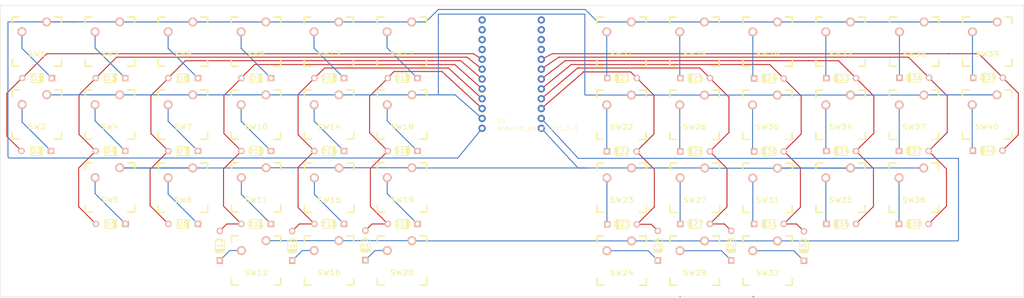
<source format=kicad_pcb>
(kicad_pcb (version 4) (host pcbnew 4.0.2-stable)
  (layers (0 F.Cu signal) (31 B.Cu signal) (34 B.Paste user hide) (35 F.Paste user hide) (36 B.SilkS user hide) (37 F.SilkS user hide) (38 B.Mask user hide) (39 F.Mask user hide) (44 Edge.Cuts user))
  (net 0 "")
  (net 1 /Column0)
  (net 2 "Net-(D1-Pad2)")
  (net 3 "Net-(D2-Pad2)")
  (net 4 /Column1)
  (net 5 "Net-(D3-Pad2)")
  (net 6 "Net-(D4-Pad2)")
  (net 7 "Net-(D5-Pad2)")
  (net 8 /Column2)
  (net 9 "Net-(D6-Pad2)")
  (net 10 "Net-(D7-Pad2)")
  (net 11 "Net-(D8-Pad2)")
  (net 12 /Column3)
  (net 13 "Net-(D9-Pad2)")
  (net 14 "Net-(D10-Pad2)")
  (net 15 "Net-(D11-Pad2)")
  (net 16 "Net-(D12-Pad2)")
  (net 17 /Column4)
  (net 18 "Net-(D13-Pad2)")
  (net 19 "Net-(D14-Pad2)")
  (net 20 "Net-(D15-Pad2)")
  (net 21 "Net-(D16-Pad2)")
  (net 22 /Column5)
  (net 23 "Net-(D17-Pad2)")
  (net 24 "Net-(D18-Pad2)")
  (net 25 "Net-(D19-Pad2)")
  (net 26 "Net-(D20-Pad2)")
  (net 27 /Column6)
  (net 28 "Net-(D21-Pad2)")
  (net 29 "Net-(D22-Pad2)")
  (net 30 "Net-(D23-Pad2)")
  (net 31 "Net-(D24-Pad2)")
  (net 32 /Column7)
  (net 33 "Net-(D25-Pad2)")
  (net 34 "Net-(D26-Pad2)")
  (net 35 "Net-(D27-Pad2)")
  (net 36 "Net-(D28-Pad2)")
  (net 37 /Column8)
  (net 38 "Net-(D29-Pad2)")
  (net 39 "Net-(D30-Pad2)")
  (net 40 "Net-(D31-Pad2)")
  (net 41 "Net-(D32-Pad2)")
  (net 42 /Column9)
  (net 43 "Net-(D33-Pad2)")
  (net 44 "Net-(D34-Pad2)")
  (net 45 "Net-(D35-Pad2)")
  (net 46 /Column10)
  (net 47 "Net-(D36-Pad2)")
  (net 48 "Net-(D37-Pad2)")
  (net 49 "Net-(D38-Pad2)")
  (net 50 /Column11)
  (net 51 "Net-(D39-Pad2)")
  (net 52 "Net-(D40-Pad2)")
  (net 53 /Row3)
  (net 54 /Row2)
  (net 55 /Row1)
  (net 56 /Row0)
  (net 57 "Net-(U1-Pad1)")
  (net 58 "Net-(U1-Pad2)")
  (net 59 "Net-(U1-Pad3)")
  (net 60 "Net-(U1-Pad4)")
  (net 61 "Net-(U1-Pad21)")
  (net 62 "Net-(U1-Pad22)")
  (net 63 "Net-(U1-Pad23)")
  (net 64 "Net-(U1-Pad24)")
  (module Keyboard:DIODE (layer F.Cu) (at 43.9 52.7)
    (fp_text reference D1 (at 0 0) (layer F.SilkS) (effects (font (size 1.27 1.524) (thickness 0.2032))))
    (fp_text value D hide)
    (pad 1 thru_hole circle (at -3.81 0) (size 1.651 1.651) (drill 0.9906) (layers *.Cu *.SilkS *.Mask) (net 1 /Column0))
    (pad 2 thru_hole rect (at 3.81 0) (size 1.651 1.651) (drill 0.9906) (layers *.Cu *.SilkS *.Mask) (net 2 "Net-(D1-Pad2)"))
  )
  (module Keyboard:DIODE (layer F.Cu) (at 43.7 71.5)
    (fp_text reference D2 (at 0 0) (layer F.SilkS) (effects (font (size 1.27 1.524) (thickness 0.2032))))
    (fp_text value D hide)
    (pad 1 thru_hole circle (at -3.81 0) (size 1.651 1.651) (drill 0.9906) (layers *.Cu *.SilkS *.Mask) (net 1 /Column0))
    (pad 2 thru_hole rect (at 3.81 0) (size 1.651 1.651) (drill 0.9906) (layers *.Cu *.SilkS *.Mask) (net 3 "Net-(D2-Pad2)"))
  )
  (module Keyboard:DIODE (layer F.Cu) (at 62.8 52.7)
    (fp_text reference D3 (at 0 0) (layer F.SilkS) (effects (font (size 1.27 1.524) (thickness 0.2032))))
    (fp_text value D hide)
    (pad 1 thru_hole circle (at -3.81 0) (size 1.651 1.651) (drill 0.9906) (layers *.Cu *.SilkS *.Mask) (net 4 /Column1))
    (pad 2 thru_hole rect (at 3.81 0) (size 1.651 1.651) (drill 0.9906) (layers *.Cu *.SilkS *.Mask) (net 5 "Net-(D3-Pad2)"))
  )
  (module Keyboard:DIODE (layer F.Cu) (at 62.8 71.5)
    (fp_text reference D4 (at 0 0) (layer F.SilkS) (effects (font (size 1.27 1.524) (thickness 0.2032))))
    (fp_text value D hide)
    (pad 1 thru_hole circle (at -3.81 0) (size 1.651 1.651) (drill 0.9906) (layers *.Cu *.SilkS *.Mask) (net 4 /Column1))
    (pad 2 thru_hole rect (at 3.81 0) (size 1.651 1.651) (drill 0.9906) (layers *.Cu *.SilkS *.Mask) (net 6 "Net-(D4-Pad2)"))
  )
  (module Keyboard:DIODE (layer F.Cu) (at 62.85 90.3)
    (fp_text reference D5 (at 0 0) (layer F.SilkS) (effects (font (size 1.27 1.524) (thickness 0.2032))))
    (fp_text value D hide)
    (pad 1 thru_hole circle (at -3.81 0) (size 1.651 1.651) (drill 0.9906) (layers *.Cu *.SilkS *.Mask) (net 4 /Column1))
    (pad 2 thru_hole rect (at 3.81 0) (size 1.651 1.651) (drill 0.9906) (layers *.Cu *.SilkS *.Mask) (net 7 "Net-(D5-Pad2)"))
  )
  (module Keyboard:DIODE (layer F.Cu) (at 81.5 52.7)
    (fp_text reference D6 (at 0 0) (layer F.SilkS) (effects (font (size 1.27 1.524) (thickness 0.2032))))
    (fp_text value D hide)
    (pad 1 thru_hole circle (at -3.81 0) (size 1.651 1.651) (drill 0.9906) (layers *.Cu *.SilkS *.Mask) (net 8 /Column2))
    (pad 2 thru_hole rect (at 3.81 0) (size 1.651 1.651) (drill 0.9906) (layers *.Cu *.SilkS *.Mask) (net 9 "Net-(D6-Pad2)"))
  )
  (module Keyboard:DIODE (layer F.Cu) (at 81.5 71.5)
    (fp_text reference D7 (at 0 0) (layer F.SilkS) (effects (font (size 1.27 1.524) (thickness 0.2032))))
    (fp_text value D hide)
    (pad 1 thru_hole circle (at -3.81 0) (size 1.651 1.651) (drill 0.9906) (layers *.Cu *.SilkS *.Mask) (net 8 /Column2))
    (pad 2 thru_hole rect (at 3.81 0) (size 1.651 1.651) (drill 0.9906) (layers *.Cu *.SilkS *.Mask) (net 10 "Net-(D7-Pad2)"))
  )
  (module Keyboard:DIODE (layer F.Cu) (at 81.5 90.3)
    (fp_text reference D8 (at 0 0) (layer F.SilkS) (effects (font (size 1.27 1.524) (thickness 0.2032))))
    (fp_text value D hide)
    (pad 1 thru_hole circle (at -3.81 0) (size 1.651 1.651) (drill 0.9906) (layers *.Cu *.SilkS *.Mask) (net 8 /Column2))
    (pad 2 thru_hole rect (at 3.81 0) (size 1.651 1.651) (drill 0.9906) (layers *.Cu *.SilkS *.Mask) (net 11 "Net-(D8-Pad2)"))
  )
  (module Keyboard:DIODE (layer F.Cu) (at 100.3 52.7)
    (fp_text reference D9 (at 0 0) (layer F.SilkS) (effects (font (size 1.27 1.524) (thickness 0.2032))))
    (fp_text value D hide)
    (pad 1 thru_hole circle (at -3.81 0) (size 1.651 1.651) (drill 0.9906) (layers *.Cu *.SilkS *.Mask) (net 12 /Column3))
    (pad 2 thru_hole rect (at 3.81 0) (size 1.651 1.651) (drill 0.9906) (layers *.Cu *.SilkS *.Mask) (net 13 "Net-(D9-Pad2)"))
  )
  (module Keyboard:DIODE (layer F.Cu) (at 100.3 71.5)
    (fp_text reference D10 (at 0 0) (layer F.SilkS) (effects (font (size 1.27 1.524) (thickness 0.2032))))
    (fp_text value D hide)
    (pad 1 thru_hole circle (at -3.81 0) (size 1.651 1.651) (drill 0.9906) (layers *.Cu *.SilkS *.Mask) (net 12 /Column3))
    (pad 2 thru_hole rect (at 3.81 0) (size 1.651 1.651) (drill 0.9906) (layers *.Cu *.SilkS *.Mask) (net 14 "Net-(D10-Pad2)"))
  )
  (module Keyboard:DIODE (layer F.Cu) (at 100.3 90.3)
    (fp_text reference D11 (at 0 0) (layer F.SilkS) (effects (font (size 1.27 1.524) (thickness 0.2032))))
    (fp_text value D hide)
    (pad 1 thru_hole circle (at -3.81 0) (size 1.651 1.651) (drill 0.9906) (layers *.Cu *.SilkS *.Mask) (net 12 /Column3))
    (pad 2 thru_hole rect (at 3.81 0) (size 1.651 1.651) (drill 0.9906) (layers *.Cu *.SilkS *.Mask) (net 15 "Net-(D11-Pad2)"))
  )
  (module Keyboard:DIODE (layer F.Cu) (at 90.94 95.92 270)
    (fp_text reference D12 (at 0 0 270) (layer F.SilkS) (effects (font (size 1.27 1.524) (thickness 0.2032))))
    (fp_text value D hide)
    (pad 1 thru_hole circle (at -3.81 0 270) (size 1.651 1.651) (drill 0.9906) (layers *.Cu *.SilkS *.Mask) (net 12 /Column3))
    (pad 2 thru_hole rect (at 3.81 0 270) (size 1.651 1.651) (drill 0.9906) (layers *.Cu *.SilkS *.Mask) (net 16 "Net-(D12-Pad2)"))
  )
  (module Keyboard:DIODE (layer F.Cu) (at 119.1 52.7)
    (fp_text reference D13 (at 0 0) (layer F.SilkS) (effects (font (size 1.27 1.524) (thickness 0.2032))))
    (fp_text value D hide)
    (pad 1 thru_hole circle (at -3.81 0) (size 1.651 1.651) (drill 0.9906) (layers *.Cu *.SilkS *.Mask) (net 17 /Column4))
    (pad 2 thru_hole rect (at 3.81 0) (size 1.651 1.651) (drill 0.9906) (layers *.Cu *.SilkS *.Mask) (net 18 "Net-(D13-Pad2)"))
  )
  (module Keyboard:DIODE (layer F.Cu) (at 119.1 71.5)
    (fp_text reference D14 (at 0 0) (layer F.SilkS) (effects (font (size 1.27 1.524) (thickness 0.2032))))
    (fp_text value D hide)
    (pad 1 thru_hole circle (at -3.81 0) (size 1.651 1.651) (drill 0.9906) (layers *.Cu *.SilkS *.Mask) (net 17 /Column4))
    (pad 2 thru_hole rect (at 3.81 0) (size 1.651 1.651) (drill 0.9906) (layers *.Cu *.SilkS *.Mask) (net 19 "Net-(D14-Pad2)"))
  )
  (module Keyboard:DIODE (layer F.Cu) (at 119.1 90.3)
    (fp_text reference D15 (at 0 0) (layer F.SilkS) (effects (font (size 1.27 1.524) (thickness 0.2032))))
    (fp_text value D hide)
    (pad 1 thru_hole circle (at -3.81 0) (size 1.651 1.651) (drill 0.9906) (layers *.Cu *.SilkS *.Mask) (net 17 /Column4))
    (pad 2 thru_hole rect (at 3.81 0) (size 1.651 1.651) (drill 0.9906) (layers *.Cu *.SilkS *.Mask) (net 20 "Net-(D15-Pad2)"))
  )
  (module Keyboard:DIODE (layer F.Cu) (at 109.58 95.95 270)
    (fp_text reference D16 (at 0 0 270) (layer F.SilkS) (effects (font (size 1.27 1.524) (thickness 0.2032))))
    (fp_text value D hide)
    (pad 1 thru_hole circle (at -3.81 0 270) (size 1.651 1.651) (drill 0.9906) (layers *.Cu *.SilkS *.Mask) (net 17 /Column4))
    (pad 2 thru_hole rect (at 3.81 0 270) (size 1.651 1.651) (drill 0.9906) (layers *.Cu *.SilkS *.Mask) (net 21 "Net-(D16-Pad2)"))
  )
  (module Keyboard:DIODE (layer F.Cu) (at 138 52.7)
    (fp_text reference D17 (at 0 0) (layer F.SilkS) (effects (font (size 1.27 1.524) (thickness 0.2032))))
    (fp_text value D hide)
    (pad 1 thru_hole circle (at -3.81 0) (size 1.651 1.651) (drill 0.9906) (layers *.Cu *.SilkS *.Mask) (net 22 /Column5))
    (pad 2 thru_hole rect (at 3.81 0) (size 1.651 1.651) (drill 0.9906) (layers *.Cu *.SilkS *.Mask) (net 23 "Net-(D17-Pad2)"))
  )
  (module Keyboard:DIODE (layer F.Cu) (at 138 71.5)
    (fp_text reference D18 (at 0 0) (layer F.SilkS) (effects (font (size 1.27 1.524) (thickness 0.2032))))
    (fp_text value D hide)
    (pad 1 thru_hole circle (at -3.81 0) (size 1.651 1.651) (drill 0.9906) (layers *.Cu *.SilkS *.Mask) (net 22 /Column5))
    (pad 2 thru_hole rect (at 3.81 0) (size 1.651 1.651) (drill 0.9906) (layers *.Cu *.SilkS *.Mask) (net 24 "Net-(D18-Pad2)"))
  )
  (module Keyboard:DIODE (layer F.Cu) (at 138 90.3)
    (fp_text reference D19 (at 0 0) (layer F.SilkS) (effects (font (size 1.27 1.524) (thickness 0.2032))))
    (fp_text value D hide)
    (pad 1 thru_hole circle (at -3.81 0) (size 1.651 1.651) (drill 0.9906) (layers *.Cu *.SilkS *.Mask) (net 22 /Column5))
    (pad 2 thru_hole rect (at 3.81 0) (size 1.651 1.651) (drill 0.9906) (layers *.Cu *.SilkS *.Mask) (net 25 "Net-(D19-Pad2)"))
  )
  (module Keyboard:DIODE (layer F.Cu) (at 128.41 95.83 270)
    (fp_text reference D20 (at 0 0 270) (layer F.SilkS) (effects (font (size 1.27 1.524) (thickness 0.2032))))
    (fp_text value D hide)
    (pad 1 thru_hole circle (at -3.81 0 270) (size 1.651 1.651) (drill 0.9906) (layers *.Cu *.SilkS *.Mask) (net 22 /Column5))
    (pad 2 thru_hole rect (at 3.81 0 270) (size 1.651 1.651) (drill 0.9906) (layers *.Cu *.SilkS *.Mask) (net 26 "Net-(D20-Pad2)"))
  )
  (module Keyboard:DIODE (layer F.Cu) (at 194.5 52.7 180)
    (fp_text reference D21 (at 0 0 180) (layer F.SilkS) (effects (font (size 1.27 1.524) (thickness 0.2032))))
    (fp_text value D hide)
    (pad 1 thru_hole circle (at -3.81 0 180) (size 1.651 1.651) (drill 0.9906) (layers *.Cu *.SilkS *.Mask) (net 27 /Column6))
    (pad 2 thru_hole rect (at 3.81 0 180) (size 1.651 1.651) (drill 0.9906) (layers *.Cu *.SilkS *.Mask) (net 28 "Net-(D21-Pad2)"))
  )
  (module Keyboard:DIODE (layer F.Cu) (at 194.4 71.6 180)
    (fp_text reference D22 (at 0 0 180) (layer F.SilkS) (effects (font (size 1.27 1.524) (thickness 0.2032))))
    (fp_text value D hide)
    (pad 1 thru_hole circle (at -3.81 0 180) (size 1.651 1.651) (drill 0.9906) (layers *.Cu *.SilkS *.Mask) (net 27 /Column6))
    (pad 2 thru_hole rect (at 3.81 0 180) (size 1.651 1.651) (drill 0.9906) (layers *.Cu *.SilkS *.Mask) (net 29 "Net-(D22-Pad2)"))
  )
  (module Keyboard:DIODE (layer F.Cu) (at 194.5 90.4 180)
    (fp_text reference D23 (at 0 0 180) (layer F.SilkS) (effects (font (size 1.27 1.524) (thickness 0.2032))))
    (fp_text value D hide)
    (pad 1 thru_hole circle (at -3.81 0 180) (size 1.651 1.651) (drill 0.9906) (layers *.Cu *.SilkS *.Mask) (net 27 /Column6))
    (pad 2 thru_hole rect (at 3.81 0 180) (size 1.651 1.651) (drill 0.9906) (layers *.Cu *.SilkS *.Mask) (net 30 "Net-(D23-Pad2)"))
  )
  (module Keyboard:DIODE (layer F.Cu) (at 203.7 95.9 270)
    (fp_text reference D24 (at 0 0 270) (layer F.SilkS) (effects (font (size 1.27 1.524) (thickness 0.2032))))
    (fp_text value D hide)
    (pad 1 thru_hole circle (at -3.81 0 270) (size 1.651 1.651) (drill 0.9906) (layers *.Cu *.SilkS *.Mask) (net 27 /Column6))
    (pad 2 thru_hole rect (at 3.81 0 270) (size 1.651 1.651) (drill 0.9906) (layers *.Cu *.SilkS *.Mask) (net 31 "Net-(D24-Pad2)"))
  )
  (module Keyboard:DIODE (layer F.Cu) (at 213.3 52.7 180)
    (fp_text reference D25 (at 0 0 180) (layer F.SilkS) (effects (font (size 1.27 1.524) (thickness 0.2032))))
    (fp_text value D hide)
    (pad 1 thru_hole circle (at -3.81 0 180) (size 1.651 1.651) (drill 0.9906) (layers *.Cu *.SilkS *.Mask) (net 32 /Column7))
    (pad 2 thru_hole rect (at 3.81 0 180) (size 1.651 1.651) (drill 0.9906) (layers *.Cu *.SilkS *.Mask) (net 33 "Net-(D25-Pad2)"))
  )
  (module Keyboard:DIODE (layer F.Cu) (at 213.3 71.6 180)
    (fp_text reference D26 (at 0 0 180) (layer F.SilkS) (effects (font (size 1.27 1.524) (thickness 0.2032))))
    (fp_text value D hide)
    (pad 1 thru_hole circle (at -3.81 0 180) (size 1.651 1.651) (drill 0.9906) (layers *.Cu *.SilkS *.Mask) (net 32 /Column7))
    (pad 2 thru_hole rect (at 3.81 0 180) (size 1.651 1.651) (drill 0.9906) (layers *.Cu *.SilkS *.Mask) (net 34 "Net-(D26-Pad2)"))
  )
  (module Keyboard:DIODE (layer F.Cu) (at 213.3 90.3 180)
    (fp_text reference D27 (at 0 0 180) (layer F.SilkS) (effects (font (size 1.27 1.524) (thickness 0.2032))))
    (fp_text value D hide)
    (pad 1 thru_hole circle (at -3.81 0 180) (size 1.651 1.651) (drill 0.9906) (layers *.Cu *.SilkS *.Mask) (net 32 /Column7))
    (pad 2 thru_hole rect (at 3.81 0 180) (size 1.651 1.651) (drill 0.9906) (layers *.Cu *.SilkS *.Mask) (net 35 "Net-(D27-Pad2)"))
  )
  (module Keyboard:DIODE (layer F.Cu) (at 222.6 95.9 270)
    (fp_text reference D28 (at 0 0 270) (layer F.SilkS) (effects (font (size 1.27 1.524) (thickness 0.2032))))
    (fp_text value D hide)
    (pad 1 thru_hole circle (at -3.81 0 270) (size 1.651 1.651) (drill 0.9906) (layers *.Cu *.SilkS *.Mask) (net 32 /Column7))
    (pad 2 thru_hole rect (at 3.81 0 270) (size 1.651 1.651) (drill 0.9906) (layers *.Cu *.SilkS *.Mask) (net 36 "Net-(D28-Pad2)"))
  )
  (module Keyboard:DIODE (layer F.Cu) (at 232.3 52.8 180)
    (fp_text reference D29 (at 0 0 180) (layer F.SilkS) (effects (font (size 1.27 1.524) (thickness 0.2032))))
    (fp_text value D hide)
    (pad 1 thru_hole circle (at -3.81 0 180) (size 1.651 1.651) (drill 0.9906) (layers *.Cu *.SilkS *.Mask) (net 37 /Column8))
    (pad 2 thru_hole rect (at 3.81 0 180) (size 1.651 1.651) (drill 0.9906) (layers *.Cu *.SilkS *.Mask) (net 38 "Net-(D29-Pad2)"))
  )
  (module Keyboard:DIODE (layer F.Cu) (at 232.3 71.6 180)
    (fp_text reference D30 (at 0 0 180) (layer F.SilkS) (effects (font (size 1.27 1.524) (thickness 0.2032))))
    (fp_text value D hide)
    (pad 1 thru_hole circle (at -3.81 0 180) (size 1.651 1.651) (drill 0.9906) (layers *.Cu *.SilkS *.Mask) (net 37 /Column8))
    (pad 2 thru_hole rect (at 3.81 0 180) (size 1.651 1.651) (drill 0.9906) (layers *.Cu *.SilkS *.Mask) (net 39 "Net-(D30-Pad2)"))
  )
  (module Keyboard:DIODE (layer F.Cu) (at 232.3 90.3 180)
    (fp_text reference D31 (at 0 0 180) (layer F.SilkS) (effects (font (size 1.27 1.524) (thickness 0.2032))))
    (fp_text value D hide)
    (pad 1 thru_hole circle (at -3.81 0 180) (size 1.651 1.651) (drill 0.9906) (layers *.Cu *.SilkS *.Mask) (net 37 /Column8))
    (pad 2 thru_hole rect (at 3.81 0 180) (size 1.651 1.651) (drill 0.9906) (layers *.Cu *.SilkS *.Mask) (net 40 "Net-(D31-Pad2)"))
  )
  (module Keyboard:DIODE (layer F.Cu) (at 241.3 96 270)
    (fp_text reference D32 (at 0 0 270) (layer F.SilkS) (effects (font (size 1.27 1.524) (thickness 0.2032))))
    (fp_text value D hide)
    (pad 1 thru_hole circle (at -3.81 0 270) (size 1.651 1.651) (drill 0.9906) (layers *.Cu *.SilkS *.Mask) (net 37 /Column8))
    (pad 2 thru_hole rect (at 3.81 0 270) (size 1.651 1.651) (drill 0.9906) (layers *.Cu *.SilkS *.Mask) (net 41 "Net-(D32-Pad2)"))
  )
  (module Keyboard:DIODE (layer F.Cu) (at 250.9 52.7 180)
    (fp_text reference D33 (at 0 0 180) (layer F.SilkS) (effects (font (size 1.27 1.524) (thickness 0.2032))))
    (fp_text value D hide)
    (pad 1 thru_hole circle (at -3.81 0 180) (size 1.651 1.651) (drill 0.9906) (layers *.Cu *.SilkS *.Mask) (net 42 /Column9))
    (pad 2 thru_hole rect (at 3.81 0 180) (size 1.651 1.651) (drill 0.9906) (layers *.Cu *.SilkS *.Mask) (net 43 "Net-(D33-Pad2)"))
  )
  (module Keyboard:DIODE (layer F.Cu) (at 250.9 71.5 180)
    (fp_text reference D34 (at 0 0 180) (layer F.SilkS) (effects (font (size 1.27 1.524) (thickness 0.2032))))
    (fp_text value D hide)
    (pad 1 thru_hole circle (at -3.81 0 180) (size 1.651 1.651) (drill 0.9906) (layers *.Cu *.SilkS *.Mask) (net 42 /Column9))
    (pad 2 thru_hole rect (at 3.81 0 180) (size 1.651 1.651) (drill 0.9906) (layers *.Cu *.SilkS *.Mask) (net 44 "Net-(D34-Pad2)"))
  )
  (module Keyboard:DIODE (layer F.Cu) (at 250.9 90.3 180)
    (fp_text reference D35 (at 0 0 180) (layer F.SilkS) (effects (font (size 1.27 1.524) (thickness 0.2032))))
    (fp_text value D hide)
    (pad 1 thru_hole circle (at -3.81 0 180) (size 1.651 1.651) (drill 0.9906) (layers *.Cu *.SilkS *.Mask) (net 42 /Column9))
    (pad 2 thru_hole rect (at 3.81 0 180) (size 1.651 1.651) (drill 0.9906) (layers *.Cu *.SilkS *.Mask) (net 45 "Net-(D35-Pad2)"))
  )
  (module Keyboard:DIODE (layer F.Cu) (at 269.7 52.6 180)
    (fp_text reference D36 (at 0 0 180) (layer F.SilkS) (effects (font (size 1.27 1.524) (thickness 0.2032))))
    (fp_text value D hide)
    (pad 1 thru_hole circle (at -3.81 0 180) (size 1.651 1.651) (drill 0.9906) (layers *.Cu *.SilkS *.Mask) (net 46 /Column10))
    (pad 2 thru_hole rect (at 3.81 0 180) (size 1.651 1.651) (drill 0.9906) (layers *.Cu *.SilkS *.Mask) (net 47 "Net-(D36-Pad2)"))
  )
  (module Keyboard:DIODE (layer F.Cu) (at 269.6 71.5 180)
    (fp_text reference D37 (at 0 0 180) (layer F.SilkS) (effects (font (size 1.27 1.524) (thickness 0.2032))))
    (fp_text value D hide)
    (pad 1 thru_hole circle (at -3.81 0 180) (size 1.651 1.651) (drill 0.9906) (layers *.Cu *.SilkS *.Mask) (net 46 /Column10))
    (pad 2 thru_hole rect (at 3.81 0 180) (size 1.651 1.651) (drill 0.9906) (layers *.Cu *.SilkS *.Mask) (net 48 "Net-(D37-Pad2)"))
  )
  (module Keyboard:DIODE (layer F.Cu) (at 269.6 90.3 180)
    (fp_text reference D38 (at 0 0 180) (layer F.SilkS) (effects (font (size 1.27 1.524) (thickness 0.2032))))
    (fp_text value D hide)
    (pad 1 thru_hole circle (at -3.81 0 180) (size 1.651 1.651) (drill 0.9906) (layers *.Cu *.SilkS *.Mask) (net 46 /Column10))
    (pad 2 thru_hole rect (at 3.81 0 180) (size 1.651 1.651) (drill 0.9906) (layers *.Cu *.SilkS *.Mask) (net 49 "Net-(D38-Pad2)"))
  )
  (module Keyboard:DIODE (layer F.Cu) (at 288.7 52.6 180)
    (fp_text reference D39 (at 0 0 180) (layer F.SilkS) (effects (font (size 1.27 1.524) (thickness 0.2032))))
    (fp_text value D hide)
    (pad 1 thru_hole circle (at -3.81 0 180) (size 1.651 1.651) (drill 0.9906) (layers *.Cu *.SilkS *.Mask) (net 50 /Column11))
    (pad 2 thru_hole rect (at 3.81 0 180) (size 1.651 1.651) (drill 0.9906) (layers *.Cu *.SilkS *.Mask) (net 51 "Net-(D39-Pad2)"))
  )
  (module Keyboard:DIODE (layer F.Cu) (at 288.6 71.4 180)
    (fp_text reference D40 (at 0 0 180) (layer F.SilkS) (effects (font (size 1.27 1.524) (thickness 0.2032))))
    (fp_text value D hide)
    (pad 1 thru_hole circle (at -3.81 0 180) (size 1.651 1.651) (drill 0.9906) (layers *.Cu *.SilkS *.Mask) (net 50 /Column11))
    (pad 2 thru_hole rect (at 3.81 0 180) (size 1.651 1.651) (drill 0.9906) (layers *.Cu *.SilkS *.Mask) (net 52 "Net-(D40-Pad2)"))
  )
  (module Keyboard:CHERRY_PCB_100H (layer F.Cu) (at 43.83 43.28)
    (fp_text reference SW1 (at 0 3.175) (layer F.SilkS) (effects (font (size 1.27 1.524) (thickness 0.2032))))
    (fp_text value SW_PUSH hide)
    (pad 1 thru_hole circle (at 2.54 -5.08) (size 2.286 2.286) (drill 1.4986) (layers *.Cu *.SilkS *.Mask) (net 53 /Row3))
    (pad 2 thru_hole circle (at -3.81 -2.54) (size 2.286 2.286) (drill 1.4986) (layers *.Cu *.SilkS *.Mask) (net 2 "Net-(D1-Pad2)"))
    (pad HOLE np_thru_hole circle (at 0 0) (size 3.9878 3.9878) (drill 3.9878) (layers *.Cu))
    (pad HOLE np_thru_hole circle (at -5.08 0) (size 1.7018 1.7018) (drill 1.7018) (layers *.Cu))
    (pad HOLE np_thru_hole circle (at 5.08 0) (size 1.7018 1.7018) (drill 1.7018) (layers *.Cu))
  )
  (module Keyboard:CHERRY_PCB_100H (layer F.Cu) (at 43.85 62.05)
    (fp_text reference SW2 (at 0 3.175) (layer F.SilkS) (effects (font (size 1.27 1.524) (thickness 0.2032))))
    (fp_text value SW_PUSH hide)
    (pad 1 thru_hole circle (at 2.54 -5.08) (size 2.286 2.286) (drill 1.4986) (layers *.Cu *.SilkS *.Mask) (net 54 /Row2))
    (pad 2 thru_hole circle (at -3.81 -2.54) (size 2.286 2.286) (drill 1.4986) (layers *.Cu *.SilkS *.Mask) (net 3 "Net-(D2-Pad2)"))
    (pad HOLE np_thru_hole circle (at 0 0) (size 3.9878 3.9878) (drill 3.9878) (layers *.Cu))
    (pad HOLE np_thru_hole circle (at -5.08 0) (size 1.7018 1.7018) (drill 1.7018) (layers *.Cu))
    (pad HOLE np_thru_hole circle (at 5.08 0) (size 1.7018 1.7018) (drill 1.7018) (layers *.Cu))
  )
  (module Keyboard:CHERRY_PCB_100H (layer F.Cu) (at 62.65 43.3)
    (fp_text reference SW3 (at 0 3.175) (layer F.SilkS) (effects (font (size 1.27 1.524) (thickness 0.2032))))
    (fp_text value SW_PUSH hide)
    (pad 1 thru_hole circle (at 2.54 -5.08) (size 2.286 2.286) (drill 1.4986) (layers *.Cu *.SilkS *.Mask) (net 53 /Row3))
    (pad 2 thru_hole circle (at -3.81 -2.54) (size 2.286 2.286) (drill 1.4986) (layers *.Cu *.SilkS *.Mask) (net 5 "Net-(D3-Pad2)"))
    (pad HOLE np_thru_hole circle (at 0 0) (size 3.9878 3.9878) (drill 3.9878) (layers *.Cu))
    (pad HOLE np_thru_hole circle (at -5.08 0) (size 1.7018 1.7018) (drill 1.7018) (layers *.Cu))
    (pad HOLE np_thru_hole circle (at 5.08 0) (size 1.7018 1.7018) (drill 1.7018) (layers *.Cu))
  )
  (module Keyboard:CHERRY_PCB_100H (layer F.Cu) (at 62.65 62.1)
    (fp_text reference SW4 (at 0 3.175) (layer F.SilkS) (effects (font (size 1.27 1.524) (thickness 0.2032))))
    (fp_text value SW_PUSH hide)
    (pad 1 thru_hole circle (at 2.54 -5.08) (size 2.286 2.286) (drill 1.4986) (layers *.Cu *.SilkS *.Mask) (net 54 /Row2))
    (pad 2 thru_hole circle (at -3.81 -2.54) (size 2.286 2.286) (drill 1.4986) (layers *.Cu *.SilkS *.Mask) (net 6 "Net-(D4-Pad2)"))
    (pad HOLE np_thru_hole circle (at 0 0) (size 3.9878 3.9878) (drill 3.9878) (layers *.Cu))
    (pad HOLE np_thru_hole circle (at -5.08 0) (size 1.7018 1.7018) (drill 1.7018) (layers *.Cu))
    (pad HOLE np_thru_hole circle (at 5.08 0) (size 1.7018 1.7018) (drill 1.7018) (layers *.Cu))
  )
  (module Keyboard:CHERRY_PCB_100H (layer F.Cu) (at 62.65 80.9)
    (fp_text reference SW5 (at 0 3.175) (layer F.SilkS) (effects (font (size 1.27 1.524) (thickness 0.2032))))
    (fp_text value SW_PUSH hide)
    (pad 1 thru_hole circle (at 2.54 -5.08) (size 2.286 2.286) (drill 1.4986) (layers *.Cu *.SilkS *.Mask) (net 55 /Row1))
    (pad 2 thru_hole circle (at -3.81 -2.54) (size 2.286 2.286) (drill 1.4986) (layers *.Cu *.SilkS *.Mask) (net 7 "Net-(D5-Pad2)"))
    (pad HOLE np_thru_hole circle (at 0 0) (size 3.9878 3.9878) (drill 3.9878) (layers *.Cu))
    (pad HOLE np_thru_hole circle (at -5.08 0) (size 1.7018 1.7018) (drill 1.7018) (layers *.Cu))
    (pad HOLE np_thru_hole circle (at 5.08 0) (size 1.7018 1.7018) (drill 1.7018) (layers *.Cu))
  )
  (module Keyboard:CHERRY_PCB_100H (layer F.Cu) (at 81.45 43.3)
    (fp_text reference SW6 (at 0 3.175) (layer F.SilkS) (effects (font (size 1.27 1.524) (thickness 0.2032))))
    (fp_text value SW_PUSH hide)
    (pad 1 thru_hole circle (at 2.54 -5.08) (size 2.286 2.286) (drill 1.4986) (layers *.Cu *.SilkS *.Mask) (net 53 /Row3))
    (pad 2 thru_hole circle (at -3.81 -2.54) (size 2.286 2.286) (drill 1.4986) (layers *.Cu *.SilkS *.Mask) (net 9 "Net-(D6-Pad2)"))
    (pad HOLE np_thru_hole circle (at 0 0) (size 3.9878 3.9878) (drill 3.9878) (layers *.Cu))
    (pad HOLE np_thru_hole circle (at -5.08 0) (size 1.7018 1.7018) (drill 1.7018) (layers *.Cu))
    (pad HOLE np_thru_hole circle (at 5.08 0) (size 1.7018 1.7018) (drill 1.7018) (layers *.Cu))
  )
  (module Keyboard:CHERRY_PCB_100H (layer F.Cu) (at 81.45 62.1)
    (fp_text reference SW7 (at 0 3.175) (layer F.SilkS) (effects (font (size 1.27 1.524) (thickness 0.2032))))
    (fp_text value SW_PUSH hide)
    (pad 1 thru_hole circle (at 2.54 -5.08) (size 2.286 2.286) (drill 1.4986) (layers *.Cu *.SilkS *.Mask) (net 54 /Row2))
    (pad 2 thru_hole circle (at -3.81 -2.54) (size 2.286 2.286) (drill 1.4986) (layers *.Cu *.SilkS *.Mask) (net 10 "Net-(D7-Pad2)"))
    (pad HOLE np_thru_hole circle (at 0 0) (size 3.9878 3.9878) (drill 3.9878) (layers *.Cu))
    (pad HOLE np_thru_hole circle (at -5.08 0) (size 1.7018 1.7018) (drill 1.7018) (layers *.Cu))
    (pad HOLE np_thru_hole circle (at 5.08 0) (size 1.7018 1.7018) (drill 1.7018) (layers *.Cu))
  )
  (module Keyboard:CHERRY_PCB_100H (layer F.Cu) (at 81.45 80.95)
    (fp_text reference SW8 (at 0 3.175) (layer F.SilkS) (effects (font (size 1.27 1.524) (thickness 0.2032))))
    (fp_text value SW_PUSH hide)
    (pad 1 thru_hole circle (at 2.54 -5.08) (size 2.286 2.286) (drill 1.4986) (layers *.Cu *.SilkS *.Mask) (net 55 /Row1))
    (pad 2 thru_hole circle (at -3.81 -2.54) (size 2.286 2.286) (drill 1.4986) (layers *.Cu *.SilkS *.Mask) (net 11 "Net-(D8-Pad2)"))
    (pad HOLE np_thru_hole circle (at 0 0) (size 3.9878 3.9878) (drill 3.9878) (layers *.Cu))
    (pad HOLE np_thru_hole circle (at -5.08 0) (size 1.7018 1.7018) (drill 1.7018) (layers *.Cu))
    (pad HOLE np_thru_hole circle (at 5.08 0) (size 1.7018 1.7018) (drill 1.7018) (layers *.Cu))
  )
  (module Keyboard:CHERRY_PCB_100H (layer F.Cu) (at 100.25 43.3)
    (fp_text reference SW9 (at 0 3.175) (layer F.SilkS) (effects (font (size 1.27 1.524) (thickness 0.2032))))
    (fp_text value SW_PUSH hide)
    (pad 1 thru_hole circle (at 2.54 -5.08) (size 2.286 2.286) (drill 1.4986) (layers *.Cu *.SilkS *.Mask) (net 53 /Row3))
    (pad 2 thru_hole circle (at -3.81 -2.54) (size 2.286 2.286) (drill 1.4986) (layers *.Cu *.SilkS *.Mask) (net 13 "Net-(D9-Pad2)"))
    (pad HOLE np_thru_hole circle (at 0 0) (size 3.9878 3.9878) (drill 3.9878) (layers *.Cu))
    (pad HOLE np_thru_hole circle (at -5.08 0) (size 1.7018 1.7018) (drill 1.7018) (layers *.Cu))
    (pad HOLE np_thru_hole circle (at 5.08 0) (size 1.7018 1.7018) (drill 1.7018) (layers *.Cu))
  )
  (module Keyboard:CHERRY_PCB_100H (layer F.Cu) (at 100.25 62.1)
    (fp_text reference SW10 (at 0 3.175) (layer F.SilkS) (effects (font (size 1.27 1.524) (thickness 0.2032))))
    (fp_text value SW_PUSH hide)
    (pad 1 thru_hole circle (at 2.54 -5.08) (size 2.286 2.286) (drill 1.4986) (layers *.Cu *.SilkS *.Mask) (net 54 /Row2))
    (pad 2 thru_hole circle (at -3.81 -2.54) (size 2.286 2.286) (drill 1.4986) (layers *.Cu *.SilkS *.Mask) (net 14 "Net-(D10-Pad2)"))
    (pad HOLE np_thru_hole circle (at 0 0) (size 3.9878 3.9878) (drill 3.9878) (layers *.Cu))
    (pad HOLE np_thru_hole circle (at -5.08 0) (size 1.7018 1.7018) (drill 1.7018) (layers *.Cu))
    (pad HOLE np_thru_hole circle (at 5.08 0) (size 1.7018 1.7018) (drill 1.7018) (layers *.Cu))
  )
  (module Keyboard:CHERRY_PCB_100H (layer F.Cu) (at 100.3 80.9)
    (fp_text reference SW11 (at 0 3.175) (layer F.SilkS) (effects (font (size 1.27 1.524) (thickness 0.2032))))
    (fp_text value SW_PUSH hide)
    (pad 1 thru_hole circle (at 2.54 -5.08) (size 2.286 2.286) (drill 1.4986) (layers *.Cu *.SilkS *.Mask) (net 55 /Row1))
    (pad 2 thru_hole circle (at -3.81 -2.54) (size 2.286 2.286) (drill 1.4986) (layers *.Cu *.SilkS *.Mask) (net 15 "Net-(D11-Pad2)"))
    (pad HOLE np_thru_hole circle (at 0 0) (size 3.9878 3.9878) (drill 3.9878) (layers *.Cu))
    (pad HOLE np_thru_hole circle (at -5.08 0) (size 1.7018 1.7018) (drill 1.7018) (layers *.Cu))
    (pad HOLE np_thru_hole circle (at 5.08 0) (size 1.7018 1.7018) (drill 1.7018) (layers *.Cu))
  )
  (module Keyboard:CHERRY_PCB_100H (layer F.Cu) (at 100.3 99.7)
    (fp_text reference SW12 (at 0 3.175) (layer F.SilkS) (effects (font (size 1.27 1.524) (thickness 0.2032))))
    (fp_text value SW_PUSH hide)
    (pad 1 thru_hole circle (at 2.54 -5.08) (size 2.286 2.286) (drill 1.4986) (layers *.Cu *.SilkS *.Mask) (net 56 /Row0))
    (pad 2 thru_hole circle (at -3.81 -2.54) (size 2.286 2.286) (drill 1.4986) (layers *.Cu *.SilkS *.Mask) (net 16 "Net-(D12-Pad2)"))
    (pad HOLE np_thru_hole circle (at 0 0) (size 3.9878 3.9878) (drill 3.9878) (layers *.Cu))
    (pad HOLE np_thru_hole circle (at -5.08 0) (size 1.7018 1.7018) (drill 1.7018) (layers *.Cu))
    (pad HOLE np_thru_hole circle (at 5.08 0) (size 1.7018 1.7018) (drill 1.7018) (layers *.Cu))
  )
  (module Keyboard:CHERRY_PCB_100H (layer F.Cu) (at 119 43.3)
    (fp_text reference SW13 (at 0 3.175) (layer F.SilkS) (effects (font (size 1.27 1.524) (thickness 0.2032))))
    (fp_text value SW_PUSH hide)
    (pad 1 thru_hole circle (at 2.54 -5.08) (size 2.286 2.286) (drill 1.4986) (layers *.Cu *.SilkS *.Mask) (net 53 /Row3))
    (pad 2 thru_hole circle (at -3.81 -2.54) (size 2.286 2.286) (drill 1.4986) (layers *.Cu *.SilkS *.Mask) (net 18 "Net-(D13-Pad2)"))
    (pad HOLE np_thru_hole circle (at 0 0) (size 3.9878 3.9878) (drill 3.9878) (layers *.Cu))
    (pad HOLE np_thru_hole circle (at -5.08 0) (size 1.7018 1.7018) (drill 1.7018) (layers *.Cu))
    (pad HOLE np_thru_hole circle (at 5.08 0) (size 1.7018 1.7018) (drill 1.7018) (layers *.Cu))
  )
  (module Keyboard:CHERRY_PCB_100H (layer F.Cu) (at 119.05 62.1)
    (fp_text reference SW14 (at 0 3.175) (layer F.SilkS) (effects (font (size 1.27 1.524) (thickness 0.2032))))
    (fp_text value SW_PUSH hide)
    (pad 1 thru_hole circle (at 2.54 -5.08) (size 2.286 2.286) (drill 1.4986) (layers *.Cu *.SilkS *.Mask) (net 54 /Row2))
    (pad 2 thru_hole circle (at -3.81 -2.54) (size 2.286 2.286) (drill 1.4986) (layers *.Cu *.SilkS *.Mask) (net 19 "Net-(D14-Pad2)"))
    (pad HOLE np_thru_hole circle (at 0 0) (size 3.9878 3.9878) (drill 3.9878) (layers *.Cu))
    (pad HOLE np_thru_hole circle (at -5.08 0) (size 1.7018 1.7018) (drill 1.7018) (layers *.Cu))
    (pad HOLE np_thru_hole circle (at 5.08 0) (size 1.7018 1.7018) (drill 1.7018) (layers *.Cu))
  )
  (module Keyboard:CHERRY_PCB_100H (layer F.Cu) (at 119.1 80.95)
    (fp_text reference SW15 (at 0 3.175) (layer F.SilkS) (effects (font (size 1.27 1.524) (thickness 0.2032))))
    (fp_text value SW_PUSH hide)
    (pad 1 thru_hole circle (at 2.54 -5.08) (size 2.286 2.286) (drill 1.4986) (layers *.Cu *.SilkS *.Mask) (net 55 /Row1))
    (pad 2 thru_hole circle (at -3.81 -2.54) (size 2.286 2.286) (drill 1.4986) (layers *.Cu *.SilkS *.Mask) (net 20 "Net-(D15-Pad2)"))
    (pad HOLE np_thru_hole circle (at 0 0) (size 3.9878 3.9878) (drill 3.9878) (layers *.Cu))
    (pad HOLE np_thru_hole circle (at -5.08 0) (size 1.7018 1.7018) (drill 1.7018) (layers *.Cu))
    (pad HOLE np_thru_hole circle (at 5.08 0) (size 1.7018 1.7018) (drill 1.7018) (layers *.Cu))
  )
  (module Keyboard:CHERRY_PCB_100H (layer F.Cu) (at 119.05 99.7)
    (fp_text reference SW16 (at 0 3.175) (layer F.SilkS) (effects (font (size 1.27 1.524) (thickness 0.2032))))
    (fp_text value SW_PUSH hide)
    (pad 1 thru_hole circle (at 2.54 -5.08) (size 2.286 2.286) (drill 1.4986) (layers *.Cu *.SilkS *.Mask) (net 56 /Row0))
    (pad 2 thru_hole circle (at -3.81 -2.54) (size 2.286 2.286) (drill 1.4986) (layers *.Cu *.SilkS *.Mask) (net 21 "Net-(D16-Pad2)"))
    (pad HOLE np_thru_hole circle (at 0 0) (size 3.9878 3.9878) (drill 3.9878) (layers *.Cu))
    (pad HOLE np_thru_hole circle (at -5.08 0) (size 1.7018 1.7018) (drill 1.7018) (layers *.Cu))
    (pad HOLE np_thru_hole circle (at 5.08 0) (size 1.7018 1.7018) (drill 1.7018) (layers *.Cu))
  )
  (module Keyboard:CHERRY_PCB_100H (layer F.Cu) (at 137.8 43.3)
    (fp_text reference SW17 (at 0 3.175) (layer F.SilkS) (effects (font (size 1.27 1.524) (thickness 0.2032))))
    (fp_text value SW_PUSH hide)
    (pad 1 thru_hole circle (at 2.54 -5.08) (size 2.286 2.286) (drill 1.4986) (layers *.Cu *.SilkS *.Mask) (net 53 /Row3))
    (pad 2 thru_hole circle (at -3.81 -2.54) (size 2.286 2.286) (drill 1.4986) (layers *.Cu *.SilkS *.Mask) (net 23 "Net-(D17-Pad2)"))
    (pad HOLE np_thru_hole circle (at 0 0) (size 3.9878 3.9878) (drill 3.9878) (layers *.Cu))
    (pad HOLE np_thru_hole circle (at -5.08 0) (size 1.7018 1.7018) (drill 1.7018) (layers *.Cu))
    (pad HOLE np_thru_hole circle (at 5.08 0) (size 1.7018 1.7018) (drill 1.7018) (layers *.Cu))
  )
  (module Keyboard:CHERRY_PCB_100H (layer F.Cu) (at 137.85 62.1)
    (fp_text reference SW18 (at 0 3.175) (layer F.SilkS) (effects (font (size 1.27 1.524) (thickness 0.2032))))
    (fp_text value SW_PUSH hide)
    (pad 1 thru_hole circle (at 2.54 -5.08) (size 2.286 2.286) (drill 1.4986) (layers *.Cu *.SilkS *.Mask) (net 54 /Row2))
    (pad 2 thru_hole circle (at -3.81 -2.54) (size 2.286 2.286) (drill 1.4986) (layers *.Cu *.SilkS *.Mask) (net 24 "Net-(D18-Pad2)"))
    (pad HOLE np_thru_hole circle (at 0 0) (size 3.9878 3.9878) (drill 3.9878) (layers *.Cu))
    (pad HOLE np_thru_hole circle (at -5.08 0) (size 1.7018 1.7018) (drill 1.7018) (layers *.Cu))
    (pad HOLE np_thru_hole circle (at 5.08 0) (size 1.7018 1.7018) (drill 1.7018) (layers *.Cu))
  )
  (module Keyboard:CHERRY_PCB_100H (layer F.Cu) (at 137.85 80.9)
    (fp_text reference SW19 (at 0 3.175) (layer F.SilkS) (effects (font (size 1.27 1.524) (thickness 0.2032))))
    (fp_text value SW_PUSH hide)
    (pad 1 thru_hole circle (at 2.54 -5.08) (size 2.286 2.286) (drill 1.4986) (layers *.Cu *.SilkS *.Mask) (net 55 /Row1))
    (pad 2 thru_hole circle (at -3.81 -2.54) (size 2.286 2.286) (drill 1.4986) (layers *.Cu *.SilkS *.Mask) (net 25 "Net-(D19-Pad2)"))
    (pad HOLE np_thru_hole circle (at 0 0) (size 3.9878 3.9878) (drill 3.9878) (layers *.Cu))
    (pad HOLE np_thru_hole circle (at -5.08 0) (size 1.7018 1.7018) (drill 1.7018) (layers *.Cu))
    (pad HOLE np_thru_hole circle (at 5.08 0) (size 1.7018 1.7018) (drill 1.7018) (layers *.Cu))
  )
  (module Keyboard:CHERRY_PCB_100H (layer F.Cu) (at 137.85 99.7)
    (fp_text reference SW20 (at 0 3.175) (layer F.SilkS) (effects (font (size 1.27 1.524) (thickness 0.2032))))
    (fp_text value SW_PUSH hide)
    (pad 1 thru_hole circle (at 2.54 -5.08) (size 2.286 2.286) (drill 1.4986) (layers *.Cu *.SilkS *.Mask) (net 56 /Row0))
    (pad 2 thru_hole circle (at -3.81 -2.54) (size 2.286 2.286) (drill 1.4986) (layers *.Cu *.SilkS *.Mask) (net 26 "Net-(D20-Pad2)"))
    (pad HOLE np_thru_hole circle (at 0 0) (size 3.9878 3.9878) (drill 3.9878) (layers *.Cu))
    (pad HOLE np_thru_hole circle (at -5.08 0) (size 1.7018 1.7018) (drill 1.7018) (layers *.Cu))
    (pad HOLE np_thru_hole circle (at 5.08 0) (size 1.7018 1.7018) (drill 1.7018) (layers *.Cu))
  )
  (module Keyboard:CHERRY_PCB_100H (layer F.Cu) (at 194.35 43.3)
    (fp_text reference SW21 (at 0 3.175) (layer F.SilkS) (effects (font (size 1.27 1.524) (thickness 0.2032))))
    (fp_text value SW_PUSH hide)
    (pad 1 thru_hole circle (at 2.54 -5.08) (size 2.286 2.286) (drill 1.4986) (layers *.Cu *.SilkS *.Mask) (net 53 /Row3))
    (pad 2 thru_hole circle (at -3.81 -2.54) (size 2.286 2.286) (drill 1.4986) (layers *.Cu *.SilkS *.Mask) (net 28 "Net-(D21-Pad2)"))
    (pad HOLE np_thru_hole circle (at 0 0) (size 3.9878 3.9878) (drill 3.9878) (layers *.Cu))
    (pad HOLE np_thru_hole circle (at -5.08 0) (size 1.7018 1.7018) (drill 1.7018) (layers *.Cu))
    (pad HOLE np_thru_hole circle (at 5.08 0) (size 1.7018 1.7018) (drill 1.7018) (layers *.Cu))
  )
  (module Keyboard:CHERRY_PCB_100H (layer F.Cu) (at 194.35 62.15)
    (fp_text reference SW22 (at 0 3.175) (layer F.SilkS) (effects (font (size 1.27 1.524) (thickness 0.2032))))
    (fp_text value SW_PUSH hide)
    (pad 1 thru_hole circle (at 2.54 -5.08) (size 2.286 2.286) (drill 1.4986) (layers *.Cu *.SilkS *.Mask) (net 54 /Row2))
    (pad 2 thru_hole circle (at -3.81 -2.54) (size 2.286 2.286) (drill 1.4986) (layers *.Cu *.SilkS *.Mask) (net 29 "Net-(D22-Pad2)"))
    (pad "" np_thru_hole circle (at 0 0) (size 3.9878 3.9878) (drill 3.9878) (layers *.Cu))
    (pad HOLE np_thru_hole circle (at -5.08 0) (size 1.7018 1.7018) (drill 1.7018) (layers *.Cu))
    (pad HOLE np_thru_hole circle (at 5.08 0) (size 1.7018 1.7018) (drill 1.7018) (layers *.Cu))
  )
  (module Keyboard:CHERRY_PCB_100H (layer F.Cu) (at 194.4 80.95)
    (fp_text reference SW23 (at 0 3.175) (layer F.SilkS) (effects (font (size 1.27 1.524) (thickness 0.2032))))
    (fp_text value SW_PUSH hide)
    (pad 1 thru_hole circle (at 2.54 -5.08) (size 2.286 2.286) (drill 1.4986) (layers *.Cu *.SilkS *.Mask) (net 55 /Row1))
    (pad 2 thru_hole circle (at -3.81 -2.54) (size 2.286 2.286) (drill 1.4986) (layers *.Cu *.SilkS *.Mask) (net 30 "Net-(D23-Pad2)"))
    (pad "" np_thru_hole circle (at 0 0) (size 3.9878 3.9878) (drill 3.9878) (layers *.Cu))
    (pad HOLE np_thru_hole circle (at -5.08 0) (size 1.7018 1.7018) (drill 1.7018) (layers *.Cu))
    (pad HOLE np_thru_hole circle (at 5.08 0) (size 1.7018 1.7018) (drill 1.7018) (layers *.Cu))
  )
  (module Keyboard:CHERRY_PCB_100H (layer F.Cu) (at 194.4 99.75)
    (fp_text reference SW24 (at 0 3.175) (layer F.SilkS) (effects (font (size 1.27 1.524) (thickness 0.2032))))
    (fp_text value SW_PUSH hide)
    (pad 1 thru_hole circle (at 2.54 -5.08) (size 2.286 2.286) (drill 1.4986) (layers *.Cu *.SilkS *.Mask) (net 56 /Row0))
    (pad 2 thru_hole circle (at -3.81 -2.54) (size 2.286 2.286) (drill 1.4986) (layers *.Cu *.SilkS *.Mask) (net 31 "Net-(D24-Pad2)"))
    (pad "" np_thru_hole circle (at 0 0) (size 3.9878 3.9878) (drill 3.9878) (layers *.Cu))
    (pad HOLE np_thru_hole circle (at -5.08 0) (size 1.7018 1.7018) (drill 1.7018) (layers *.Cu))
    (pad HOLE np_thru_hole circle (at 5.08 0) (size 1.7018 1.7018) (drill 1.7018) (layers *.Cu))
  )
  (module Keyboard:CHERRY_PCB_100H (layer F.Cu) (at 213.15 43.3)
    (fp_text reference SW25 (at 0 3.175) (layer F.SilkS) (effects (font (size 1.27 1.524) (thickness 0.2032))))
    (fp_text value SW_PUSH hide)
    (pad 1 thru_hole circle (at 2.54 -5.08) (size 2.286 2.286) (drill 1.4986) (layers *.Cu *.SilkS *.Mask) (net 53 /Row3))
    (pad 2 thru_hole circle (at -3.81 -2.54) (size 2.286 2.286) (drill 1.4986) (layers *.Cu *.SilkS *.Mask) (net 33 "Net-(D25-Pad2)"))
    (pad HOLE np_thru_hole circle (at 0 0) (size 3.9878 3.9878) (drill 3.9878) (layers *.Cu))
    (pad HOLE np_thru_hole circle (at -5.08 0) (size 1.7018 1.7018) (drill 1.7018) (layers *.Cu))
    (pad HOLE np_thru_hole circle (at 5.08 0) (size 1.7018 1.7018) (drill 1.7018) (layers *.Cu))
  )
  (module Keyboard:CHERRY_PCB_100H (layer F.Cu) (at 213.15 62.15)
    (fp_text reference SW26 (at 0 3.175) (layer F.SilkS) (effects (font (size 1.27 1.524) (thickness 0.2032))))
    (fp_text value SW_PUSH hide)
    (pad 1 thru_hole circle (at 2.54 -5.08) (size 2.286 2.286) (drill 1.4986) (layers *.Cu *.SilkS *.Mask) (net 54 /Row2))
    (pad 2 thru_hole circle (at -3.81 -2.54) (size 2.286 2.286) (drill 1.4986) (layers *.Cu *.SilkS *.Mask) (net 34 "Net-(D26-Pad2)"))
    (pad "" np_thru_hole circle (at 0 0) (size 3.9878 3.9878) (drill 3.9878) (layers *.Cu))
    (pad HOLE np_thru_hole circle (at -5.08 0) (size 1.7018 1.7018) (drill 1.7018) (layers *.Cu))
    (pad HOLE np_thru_hole circle (at 5.08 0) (size 1.7018 1.7018) (drill 1.7018) (layers *.Cu))
  )
  (module Keyboard:CHERRY_PCB_100H (layer F.Cu) (at 213.25 80.95)
    (fp_text reference SW27 (at 0 3.175) (layer F.SilkS) (effects (font (size 1.27 1.524) (thickness 0.2032))))
    (fp_text value SW_PUSH hide)
    (pad 1 thru_hole circle (at 2.54 -5.08) (size 2.286 2.286) (drill 1.4986) (layers *.Cu *.SilkS *.Mask) (net 55 /Row1))
    (pad 2 thru_hole circle (at -3.81 -2.54) (size 2.286 2.286) (drill 1.4986) (layers *.Cu *.SilkS *.Mask) (net 35 "Net-(D27-Pad2)"))
    (pad HOLE np_thru_hole circle (at 0 0) (size 3.9878 3.9878) (drill 3.9878) (layers *.Cu))
    (pad HOLE np_thru_hole circle (at -5.08 0) (size 1.7018 1.7018) (drill 1.7018) (layers *.Cu))
    (pad HOLE np_thru_hole circle (at 5.08 0) (size 1.7018 1.7018) (drill 1.7018) (layers *.Cu))
  )
  (module Keyboard:CHERRY_PCB_100H (layer F.Cu) (at 213.2 99.75)
    (fp_text reference SW28 (at 0 3.175) (layer F.SilkS) (effects (font (size 1.27 1.524) (thickness 0.2032))))
    (fp_text value SW_PUSH hide)
    (pad 1 thru_hole circle (at 2.54 -5.08) (size 2.286 2.286) (drill 1.4986) (layers *.Cu *.SilkS *.Mask) (net 56 /Row0))
    (pad 2 thru_hole circle (at -3.81 -2.54) (size 2.286 2.286) (drill 1.4986) (layers *.Cu *.SilkS *.Mask) (net 36 "Net-(D28-Pad2)"))
    (pad HOLE np_thru_hole circle (at 0 0) (size 3.9878 3.9878) (drill 3.9878) (layers *.Cu))
    (pad HOLE np_thru_hole circle (at -5.08 0) (size 1.7018 1.7018) (drill 1.7018) (layers *.Cu))
    (pad HOLE np_thru_hole circle (at 5.08 0) (size 1.7018 1.7018) (drill 1.7018) (layers *.Cu))
  )
  (module Keyboard:CHERRY_PCB_100H (layer F.Cu) (at 231.95 43.3)
    (fp_text reference SW29 (at 0 3.175) (layer F.SilkS) (effects (font (size 1.27 1.524) (thickness 0.2032))))
    (fp_text value SW_PUSH hide)
    (pad 1 thru_hole circle (at 2.54 -5.08) (size 2.286 2.286) (drill 1.4986) (layers *.Cu *.SilkS *.Mask) (net 53 /Row3))
    (pad 2 thru_hole circle (at -3.81 -2.54) (size 2.286 2.286) (drill 1.4986) (layers *.Cu *.SilkS *.Mask) (net 38 "Net-(D29-Pad2)"))
    (pad HOLE np_thru_hole circle (at 0 0) (size 3.9878 3.9878) (drill 3.9878) (layers *.Cu))
    (pad HOLE np_thru_hole circle (at -5.08 0) (size 1.7018 1.7018) (drill 1.7018) (layers *.Cu))
    (pad HOLE np_thru_hole circle (at 5.08 0) (size 1.7018 1.7018) (drill 1.7018) (layers *.Cu))
  )
  (module Keyboard:CHERRY_PCB_100H (layer F.Cu) (at 231.9 62.15)
    (fp_text reference SW30 (at 0 3.175) (layer F.SilkS) (effects (font (size 1.27 1.524) (thickness 0.2032))))
    (fp_text value SW_PUSH hide)
    (pad 1 thru_hole circle (at 2.54 -5.08) (size 2.286 2.286) (drill 1.4986) (layers *.Cu *.SilkS *.Mask) (net 54 /Row2))
    (pad 2 thru_hole circle (at -3.81 -2.54) (size 2.286 2.286) (drill 1.4986) (layers *.Cu *.SilkS *.Mask) (net 39 "Net-(D30-Pad2)"))
    (pad HOLE np_thru_hole circle (at 0 0) (size 3.9878 3.9878) (drill 3.9878) (layers *.Cu))
    (pad HOLE np_thru_hole circle (at -5.08 0) (size 1.7018 1.7018) (drill 1.7018) (layers *.Cu))
    (pad HOLE np_thru_hole circle (at 5.08 0) (size 1.7018 1.7018) (drill 1.7018) (layers *.Cu))
  )
  (module Keyboard:CHERRY_PCB_100H (layer F.Cu) (at 231.95 81)
    (fp_text reference SW31 (at 0 3.175) (layer F.SilkS) (effects (font (size 1.27 1.524) (thickness 0.2032))))
    (fp_text value SW_PUSH hide)
    (pad 1 thru_hole circle (at 2.54 -5.08) (size 2.286 2.286) (drill 1.4986) (layers *.Cu *.SilkS *.Mask) (net 55 /Row1))
    (pad 2 thru_hole circle (at -3.81 -2.54) (size 2.286 2.286) (drill 1.4986) (layers *.Cu *.SilkS *.Mask) (net 40 "Net-(D31-Pad2)"))
    (pad "" np_thru_hole circle (at 0 0) (size 3.9878 3.9878) (drill 3.9878) (layers *.Cu))
    (pad HOLE np_thru_hole circle (at -5.08 0) (size 1.7018 1.7018) (drill 1.7018) (layers *.Cu))
    (pad HOLE np_thru_hole circle (at 5.08 0) (size 1.7018 1.7018) (drill 1.7018) (layers *.Cu))
  )
  (module Keyboard:CHERRY_PCB_100H (layer F.Cu) (at 231.95 99.75)
    (fp_text reference SW32 (at 0 3.175) (layer F.SilkS) (effects (font (size 1.27 1.524) (thickness 0.2032))))
    (fp_text value SW_PUSH hide)
    (pad 1 thru_hole circle (at 2.54 -5.08) (size 2.286 2.286) (drill 1.4986) (layers *.Cu *.SilkS *.Mask) (net 56 /Row0))
    (pad 2 thru_hole circle (at -3.81 -2.54) (size 2.286 2.286) (drill 1.4986) (layers *.Cu *.SilkS *.Mask) (net 41 "Net-(D32-Pad2)"))
    (pad "" np_thru_hole circle (at 0 0) (size 3.9878 3.9878) (drill 3.9878) (layers *.Cu))
    (pad HOLE np_thru_hole circle (at -5.08 0) (size 1.7018 1.7018) (drill 1.7018) (layers *.Cu))
    (pad HOLE np_thru_hole circle (at 5.08 0) (size 1.7018 1.7018) (drill 1.7018) (layers *.Cu))
  )
  (module Keyboard:CHERRY_PCB_100H (layer F.Cu) (at 250.75 43.3)
    (fp_text reference SW33 (at 0 3.175) (layer F.SilkS) (effects (font (size 1.27 1.524) (thickness 0.2032))))
    (fp_text value SW_PUSH hide)
    (pad 1 thru_hole circle (at 2.54 -5.08) (size 2.286 2.286) (drill 1.4986) (layers *.Cu *.SilkS *.Mask) (net 53 /Row3))
    (pad 2 thru_hole circle (at -3.81 -2.54) (size 2.286 2.286) (drill 1.4986) (layers *.Cu *.SilkS *.Mask) (net 43 "Net-(D33-Pad2)"))
    (pad HOLE np_thru_hole circle (at 0 0) (size 3.9878 3.9878) (drill 3.9878) (layers *.Cu))
    (pad HOLE np_thru_hole circle (at -5.08 0) (size 1.7018 1.7018) (drill 1.7018) (layers *.Cu))
    (pad HOLE np_thru_hole circle (at 5.08 0) (size 1.7018 1.7018) (drill 1.7018) (layers *.Cu))
  )
  (module Keyboard:CHERRY_PCB_100H (layer F.Cu) (at 250.75 62.15)
    (fp_text reference SW34 (at 0 3.175) (layer F.SilkS) (effects (font (size 1.27 1.524) (thickness 0.2032))))
    (fp_text value SW_PUSH hide)
    (pad 1 thru_hole circle (at 2.54 -5.08) (size 2.286 2.286) (drill 1.4986) (layers *.Cu *.SilkS *.Mask) (net 54 /Row2))
    (pad 2 thru_hole circle (at -3.81 -2.54) (size 2.286 2.286) (drill 1.4986) (layers *.Cu *.SilkS *.Mask) (net 44 "Net-(D34-Pad2)"))
    (pad "" np_thru_hole circle (at 0 0) (size 3.9878 3.9878) (drill 3.9878) (layers *.Cu))
    (pad HOLE np_thru_hole circle (at -5.08 0) (size 1.7018 1.7018) (drill 1.7018) (layers *.Cu))
    (pad HOLE np_thru_hole circle (at 5.08 0) (size 1.7018 1.7018) (drill 1.7018) (layers *.Cu))
  )
  (module Keyboard:CHERRY_PCB_100H (layer F.Cu) (at 250.75 80.95)
    (fp_text reference SW35 (at 0 3.175) (layer F.SilkS) (effects (font (size 1.27 1.524) (thickness 0.2032))))
    (fp_text value SW_PUSH hide)
    (pad 1 thru_hole circle (at 2.54 -5.08) (size 2.286 2.286) (drill 1.4986) (layers *.Cu *.SilkS *.Mask) (net 55 /Row1))
    (pad 2 thru_hole circle (at -3.81 -2.54) (size 2.286 2.286) (drill 1.4986) (layers *.Cu *.SilkS *.Mask) (net 45 "Net-(D35-Pad2)"))
    (pad "" np_thru_hole circle (at 0 0) (size 3.9878 3.9878) (drill 3.9878) (layers *.Cu))
    (pad HOLE np_thru_hole circle (at -5.08 0) (size 1.7018 1.7018) (drill 1.7018) (layers *.Cu))
    (pad HOLE np_thru_hole circle (at 5.08 0) (size 1.7018 1.7018) (drill 1.7018) (layers *.Cu))
  )
  (module Keyboard:CHERRY_PCB_100H (layer F.Cu) (at 269.7 43.3)
    (fp_text reference SW36 (at 0 3.175) (layer F.SilkS) (effects (font (size 1.27 1.524) (thickness 0.2032))))
    (fp_text value SW_PUSH hide)
    (pad 1 thru_hole circle (at 2.54 -5.08) (size 2.286 2.286) (drill 1.4986) (layers *.Cu *.SilkS *.Mask) (net 53 /Row3))
    (pad 2 thru_hole circle (at -3.81 -2.54) (size 2.286 2.286) (drill 1.4986) (layers *.Cu *.SilkS *.Mask) (net 47 "Net-(D36-Pad2)"))
    (pad "" np_thru_hole circle (at 0 0) (size 3.9878 3.9878) (drill 3.9878) (layers *.Cu))
    (pad HOLE np_thru_hole circle (at -5.08 0) (size 1.7018 1.7018) (drill 1.7018) (layers *.Cu))
    (pad HOLE np_thru_hole circle (at 5.08 0) (size 1.7018 1.7018) (drill 1.7018) (layers *.Cu))
  )
  (module Keyboard:CHERRY_PCB_100H (layer F.Cu) (at 269.65 62.15)
    (fp_text reference SW37 (at 0 3.175) (layer F.SilkS) (effects (font (size 1.27 1.524) (thickness 0.2032))))
    (fp_text value SW_PUSH hide)
    (pad 1 thru_hole circle (at 2.54 -5.08) (size 2.286 2.286) (drill 1.4986) (layers *.Cu *.SilkS *.Mask) (net 54 /Row2))
    (pad 2 thru_hole circle (at -3.81 -2.54) (size 2.286 2.286) (drill 1.4986) (layers *.Cu *.SilkS *.Mask) (net 48 "Net-(D37-Pad2)"))
    (pad "" np_thru_hole circle (at 0 0) (size 3.9878 3.9878) (drill 3.9878) (layers *.Cu))
    (pad HOLE np_thru_hole circle (at -5.08 0) (size 1.7018 1.7018) (drill 1.7018) (layers *.Cu))
    (pad HOLE np_thru_hole circle (at 5.08 0) (size 1.7018 1.7018) (drill 1.7018) (layers *.Cu))
  )
  (module Keyboard:CHERRY_PCB_100H (layer F.Cu) (at 269.6 80.95)
    (fp_text reference SW38 (at 0 3.175) (layer F.SilkS) (effects (font (size 1.27 1.524) (thickness 0.2032))))
    (fp_text value SW_PUSH hide)
    (pad 1 thru_hole circle (at 2.54 -5.08) (size 2.286 2.286) (drill 1.4986) (layers *.Cu *.SilkS *.Mask) (net 55 /Row1))
    (pad 2 thru_hole circle (at -3.81 -2.54) (size 2.286 2.286) (drill 1.4986) (layers *.Cu *.SilkS *.Mask) (net 49 "Net-(D38-Pad2)"))
    (pad "" np_thru_hole circle (at 0 0) (size 3.9878 3.9878) (drill 3.9878) (layers *.Cu))
    (pad HOLE np_thru_hole circle (at -5.08 0) (size 1.7018 1.7018) (drill 1.7018) (layers *.Cu))
    (pad HOLE np_thru_hole circle (at 5.08 0) (size 1.7018 1.7018) (drill 1.7018) (layers *.Cu))
  )
  (module Keyboard:CHERRY_PCB_100H (layer F.Cu) (at 288.5 43.3)
    (fp_text reference SW39 (at 0 3.175) (layer F.SilkS) (effects (font (size 1.27 1.524) (thickness 0.2032))))
    (fp_text value SW_PUSH hide)
    (pad 1 thru_hole circle (at 2.54 -5.08) (size 2.286 2.286) (drill 1.4986) (layers *.Cu *.SilkS *.Mask) (net 53 /Row3))
    (pad 2 thru_hole circle (at -3.81 -2.54) (size 2.286 2.286) (drill 1.4986) (layers *.Cu *.SilkS *.Mask) (net 51 "Net-(D39-Pad2)"))
    (pad "" np_thru_hole circle (at 0 0) (size 3.9878 3.9878) (drill 3.9878) (layers *.Cu))
    (pad HOLE np_thru_hole circle (at -5.08 0) (size 1.7018 1.7018) (drill 1.7018) (layers *.Cu))
    (pad HOLE np_thru_hole circle (at 5.08 0) (size 1.7018 1.7018) (drill 1.7018) (layers *.Cu))
  )
  (module Keyboard:CHERRY_PCB_100H (layer F.Cu) (at 288.45 62.1)
    (fp_text reference SW40 (at 0 3.175) (layer F.SilkS) (effects (font (size 1.27 1.524) (thickness 0.2032))))
    (fp_text value SW_PUSH hide)
    (pad 1 thru_hole circle (at 2.54 -5.08) (size 2.286 2.286) (drill 1.4986) (layers *.Cu *.SilkS *.Mask) (net 54 /Row2))
    (pad 2 thru_hole circle (at -3.81 -2.54) (size 2.286 2.286) (drill 1.4986) (layers *.Cu *.SilkS *.Mask) (net 52 "Net-(D40-Pad2)"))
    (pad HOLE np_thru_hole circle (at 0 0) (size 3.9878 3.9878) (drill 3.9878) (layers *.Cu))
    (pad HOLE np_thru_hole circle (at -5.08 0) (size 1.7018 1.7018) (drill 1.7018) (layers *.Cu))
    (pad HOLE np_thru_hole circle (at 5.08 0) (size 1.7018 1.7018) (drill 1.7018) (layers *.Cu))
  )
  (module SparkFun-Boards:ARDUINO_PRO_MICRO (layer F.Cu) (at 166.08 50.4)
    (fp_text reference U1 (at -3.81 13.97) (layer F.SilkS) (effects (font (size 1.2065 1.2065) (thickness 0.1016)) (justify left bottom)))
    (fp_text value arduino_pro_micro_3v3 (at -3.81 15.875) (layer F.SilkS) (effects (font (size 1.2065 1.2065) (thickness 0.1016)) (justify left bottom)))
    (pad 1 thru_hole circle (at -7.62 -12.7) (size 1.8796 1.8796) (drill 1.016) (layers *.Cu *.Mask) (net 57 "Net-(U1-Pad1)"))
    (pad 2 thru_hole circle (at -7.62 -10.16) (size 1.8796 1.8796) (drill 1.016) (layers *.Cu *.Mask) (net 58 "Net-(U1-Pad2)"))
    (pad 3 thru_hole circle (at -7.62 -7.62) (size 1.8796 1.8796) (drill 1.016) (layers *.Cu *.Mask) (net 59 "Net-(U1-Pad3)"))
    (pad 4 thru_hole circle (at -7.62 -5.08) (size 1.8796 1.8796) (drill 1.016) (layers *.Cu *.Mask) (net 60 "Net-(U1-Pad4)"))
    (pad 5 thru_hole circle (at -7.62 -2.54) (size 1.8796 1.8796) (drill 1.016) (layers *.Cu *.Mask) (net 1 /Column0))
    (pad 6 thru_hole circle (at -7.62 0) (size 1.8796 1.8796) (drill 1.016) (layers *.Cu *.Mask) (net 4 /Column1))
    (pad 7 thru_hole circle (at -7.62 2.54) (size 1.8796 1.8796) (drill 1.016) (layers *.Cu *.Mask) (net 8 /Column2))
    (pad 8 thru_hole circle (at -7.62 5.08) (size 1.8796 1.8796) (drill 1.016) (layers *.Cu *.Mask) (net 12 /Column3))
    (pad 9 thru_hole circle (at -7.62 7.62) (size 1.8796 1.8796) (drill 1.016) (layers *.Cu *.Mask) (net 17 /Column4))
    (pad 10 thru_hole circle (at -7.62 10.16) (size 1.8796 1.8796) (drill 1.016) (layers *.Cu *.Mask) (net 22 /Column5))
    (pad 11 thru_hole circle (at -7.62 12.7) (size 1.8796 1.8796) (drill 1.016) (layers *.Cu *.Mask) (net 54 /Row2))
    (pad 12 thru_hole circle (at -7.62 15.24) (size 1.8796 1.8796) (drill 1.016) (layers *.Cu *.Mask) (net 53 /Row3))
    (pad 13 thru_hole circle (at 7.62 15.24) (size 1.8796 1.8796) (drill 1.016) (layers *.Cu *.Mask) (net 55 /Row1))
    (pad 14 thru_hole circle (at 7.62 12.7) (size 1.8796 1.8796) (drill 1.016) (layers *.Cu *.Mask) (net 56 /Row0))
    (pad 15 thru_hole circle (at 7.62 10.16) (size 1.8796 1.8796) (drill 1.016) (layers *.Cu *.Mask) (net 27 /Column6))
    (pad 16 thru_hole circle (at 7.62 7.62) (size 1.8796 1.8796) (drill 1.016) (layers *.Cu *.Mask) (net 32 /Column7))
    (pad 17 thru_hole circle (at 7.62 5.08) (size 1.8796 1.8796) (drill 1.016) (layers *.Cu *.Mask) (net 37 /Column8))
    (pad 18 thru_hole circle (at 7.62 2.54) (size 1.8796 1.8796) (drill 1.016) (layers *.Cu *.Mask) (net 42 /Column9))
    (pad 19 thru_hole circle (at 7.62 0) (size 1.8796 1.8796) (drill 1.016) (layers *.Cu *.Mask) (net 46 /Column10))
    (pad 20 thru_hole circle (at 7.62 -2.54) (size 1.8796 1.8796) (drill 1.016) (layers *.Cu *.Mask) (net 50 /Column11))
    (pad 21 thru_hole circle (at 7.62 -5.08) (size 1.8796 1.8796) (drill 1.016) (layers *.Cu *.Mask) (net 61 "Net-(U1-Pad21)"))
    (pad 22 thru_hole circle (at 7.62 -7.62) (size 1.8796 1.8796) (drill 1.016) (layers *.Cu *.Mask) (net 62 "Net-(U1-Pad22)"))
    (pad 23 thru_hole circle (at 7.62 -10.16) (size 1.8796 1.8796) (drill 1.016) (layers *.Cu *.Mask) (net 63 "Net-(U1-Pad23)"))
    (pad 24 thru_hole circle (at 7.62 -12.7) (size 1.8796 1.8796) (drill 1.016) (layers *.Cu *.Mask) (net 64 "Net-(U1-Pad24)"))
  )
  (gr_line (start 297.89 33.9) (end 297.89 109.12) (angle 90) (layer Edge.Cuts) (width 0.1))
  (gr_line (start 34.43 33.89) (end 34.43 109.11) (angle 90) (layer Edge.Cuts) (width 0.1))
  (gr_line (start 34.42 109.12) (end 297.89 109.12) (angle 90) (layer Edge.Cuts) (width 0.1))
  (gr_line (start 297.9 33.89) (end 297.9 33.9) (angle 90) (layer Edge.Cuts) (width 0.1))
  (gr_line (start 34.43 33.89) (end 297.9 33.89) (angle 90) (layer Edge.Cuts) (width 0.1))
  (segment (start 209.39 109) (end 209.49 109.1) (width 0.25) (layer B.Cu) (net 0))
  (segment (start 228.14 108.95) (end 228.39 109.2) (width 0.25) (layer B.Cu) (net 0))
  (segment (start 155.6 46.4) (end 156.22 46.4) (width 0.25) (layer F.Cu) (net 1))
  (segment (start 46.4 46.4) (end 155.6 46.4) (width 0.25) (layer F.Cu) (net 1))
  (segment (start 40.1 52.7) (end 46.4 46.4) (width 0.25) (layer F.Cu) (net 1))
  (segment (start 156.22 46.4) (end 158.46 47.86) (width 0.25) (layer F.Cu) (net 1))
  (segment (start 40.09 52.7) (end 40.1 52.7) (width 0.25) (layer F.Cu) (net 1))
  (segment (start 40.09 52.7) (end 40 52.7) (width 0.25) (layer F.Cu) (net 1))
  (segment (start 40 52.7) (end 36.1 56.6) (width 0.25) (layer F.Cu) (net 1))
  (segment (start 36.1 56.6) (end 36.1 67.71) (width 0.25) (layer F.Cu) (net 1))
  (segment (start 36.1 67.71) (end 39.89 71.5) (width 0.25) (layer F.Cu) (net 1))
  (segment (start 40.02 40.74) (end 40.02 45.01) (width 0.25) (layer B.Cu) (net 2))
  (segment (start 40.02 45.01) (end 47.71 52.7) (width 0.25) (layer B.Cu) (net 2))
  (segment (start 40.04 59.51) (end 40.04 64.03) (width 0.25) (layer B.Cu) (net 3))
  (segment (start 40.04 64.03) (end 47.51 71.5) (width 0.25) (layer B.Cu) (net 3))
  (segment (start 154.2 47.3) (end 154.58 47.3) (width 0.25) (layer F.Cu) (net 4))
  (segment (start 64.4 47.3) (end 154.2 47.3) (width 0.25) (layer F.Cu) (net 4))
  (segment (start 59 52.7) (end 64.4 47.3) (width 0.25) (layer F.Cu) (net 4))
  (segment (start 154.58 47.3) (end 158.46 50.4) (width 0.25) (layer F.Cu) (net 4))
  (segment (start 58.99 52.7) (end 59 52.7) (width 0.25) (layer F.Cu) (net 4))
  (segment (start 58.99 71.5) (end 58.99 71.51) (width 0.25) (layer F.Cu) (net 4))
  (segment (start 58.99 71.51) (end 54.6 75.9) (width 0.25) (layer F.Cu) (net 4))
  (segment (start 54.6 85.86) (end 59.04 90.3) (width 0.25) (layer F.Cu) (net 4))
  (segment (start 54.6 75.9) (end 54.6 85.86) (width 0.25) (layer F.Cu) (net 4))
  (segment (start 58.99 52.7) (end 58.99 52.71) (width 0.25) (layer F.Cu) (net 4))
  (segment (start 58.99 52.71) (end 54.7 57) (width 0.25) (layer F.Cu) (net 4))
  (segment (start 54.7 57) (end 54.7 67.21) (width 0.25) (layer F.Cu) (net 4))
  (segment (start 54.7 67.21) (end 58.99 71.5) (width 0.25) (layer F.Cu) (net 4))
  (segment (start 58.84 40.76) (end 58.84 44.93) (width 0.25) (layer B.Cu) (net 5))
  (segment (start 58.84 44.93) (end 66.61 52.7) (width 0.25) (layer B.Cu) (net 5))
  (segment (start 58.84 59.56) (end 58.84 63.73) (width 0.25) (layer B.Cu) (net 6))
  (segment (start 58.84 63.73) (end 66.61 71.5) (width 0.25) (layer B.Cu) (net 6))
  (segment (start 58.84 78.36) (end 58.84 82.48) (width 0.25) (layer B.Cu) (net 7))
  (segment (start 58.84 82.48) (end 66.66 90.3) (width 0.25) (layer B.Cu) (net 7))
  (segment (start 152.5 48.2) (end 152.94 48.2) (width 0.25) (layer F.Cu) (net 8))
  (segment (start 82.1 48.2) (end 152.5 48.2) (width 0.25) (layer F.Cu) (net 8))
  (segment (start 77.69 52.61) (end 82.1 48.2) (width 0.25) (layer F.Cu) (net 8))
  (segment (start 152.94 48.2) (end 158.46 52.94) (width 0.25) (layer F.Cu) (net 8))
  (segment (start 77.69 52.7) (end 77.69 52.61) (width 0.25) (layer F.Cu) (net 8))
  (segment (start 77.69 52.7) (end 77.69 52.71) (width 0.25) (layer F.Cu) (net 8))
  (segment (start 77.69 52.71) (end 73.2 57.2) (width 0.25) (layer F.Cu) (net 8))
  (segment (start 73.2 57.2) (end 73.2 67.01) (width 0.25) (layer F.Cu) (net 8))
  (segment (start 73.2 67.01) (end 77.69 71.5) (width 0.25) (layer F.Cu) (net 8))
  (segment (start 77.69 71.5) (end 77.69 71.51) (width 0.25) (layer F.Cu) (net 8))
  (segment (start 77.69 71.51) (end 73 76.2) (width 0.25) (layer F.Cu) (net 8))
  (segment (start 73 76.2) (end 73 85.61) (width 0.25) (layer F.Cu) (net 8))
  (segment (start 73 85.61) (end 77.69 90.3) (width 0.25) (layer F.Cu) (net 8))
  (segment (start 77.64 40.76) (end 77.64 45.03) (width 0.25) (layer B.Cu) (net 9))
  (segment (start 77.64 45.03) (end 85.31 52.7) (width 0.25) (layer B.Cu) (net 9))
  (segment (start 77.64 59.56) (end 77.64 63.83) (width 0.25) (layer B.Cu) (net 10))
  (segment (start 77.64 63.83) (end 85.31 71.5) (width 0.25) (layer B.Cu) (net 10))
  (segment (start 77.64 78.41) (end 77.64 82.63) (width 0.25) (layer B.Cu) (net 11))
  (segment (start 77.64 82.63) (end 85.31 90.3) (width 0.25) (layer B.Cu) (net 11))
  (segment (start 96.49 90.3) (end 92.75 90.3) (width 0.25) (layer F.Cu) (net 12))
  (segment (start 92.75 90.3) (end 90.94 92.11) (width 0.25) (layer F.Cu) (net 12))
  (segment (start 150.9 49.2) (end 151.4 49.2) (width 0.25) (layer F.Cu) (net 12))
  (segment (start 151.4 49.2) (end 158.46 55.48) (width 0.25) (layer F.Cu) (net 12))
  (segment (start 96.49 52.7) (end 96.49 52.61) (width 0.25) (layer F.Cu) (net 12))
  (segment (start 96.49 52.61) (end 99.9 49.2) (width 0.25) (layer F.Cu) (net 12))
  (segment (start 99.9 49.2) (end 150.9 49.2) (width 0.25) (layer F.Cu) (net 12))
  (segment (start 150.9 49.2) (end 151 49.2) (width 0.25) (layer F.Cu) (net 12))
  (segment (start 96.49 90.3) (end 96.49 90.31) (width 0.25) (layer F.Cu) (net 12))
  (segment (start 96.49 71.5) (end 96.49 71.51) (width 0.25) (layer F.Cu) (net 12))
  (segment (start 96.49 71.51) (end 91.9 76.1) (width 0.25) (layer F.Cu) (net 12))
  (segment (start 91.9 85.71) (end 96.49 90.3) (width 0.25) (layer F.Cu) (net 12))
  (segment (start 91.9 76.1) (end 91.9 85.71) (width 0.25) (layer F.Cu) (net 12))
  (segment (start 96.49 52.7) (end 96.49 52.71) (width 0.25) (layer F.Cu) (net 12))
  (segment (start 96.49 52.71) (end 92 57.2) (width 0.25) (layer F.Cu) (net 12))
  (segment (start 92 57.2) (end 92 67.01) (width 0.25) (layer F.Cu) (net 12))
  (segment (start 92 67.01) (end 96.49 71.5) (width 0.25) (layer F.Cu) (net 12))
  (segment (start 96.44 40.76) (end 96.44 45.03) (width 0.25) (layer B.Cu) (net 13))
  (segment (start 96.44 45.03) (end 104.11 52.7) (width 0.25) (layer B.Cu) (net 13))
  (segment (start 96.44 59.56) (end 96.44 63.83) (width 0.25) (layer B.Cu) (net 14))
  (segment (start 96.44 63.83) (end 104.11 71.5) (width 0.25) (layer B.Cu) (net 14))
  (segment (start 96.49 78.36) (end 96.49 82.68) (width 0.25) (layer B.Cu) (net 15))
  (segment (start 96.49 82.68) (end 104.11 90.3) (width 0.25) (layer B.Cu) (net 15))
  (segment (start 96.49 97.16) (end 93.51 97.16) (width 0.25) (layer B.Cu) (net 16))
  (segment (start 93.51 97.16) (end 90.94 99.73) (width 0.25) (layer B.Cu) (net 16))
  (segment (start 115.29 90.3) (end 111.42 90.3) (width 0.25) (layer F.Cu) (net 17))
  (segment (start 111.42 90.3) (end 109.58 92.14) (width 0.25) (layer F.Cu) (net 17))
  (segment (start 149.5 50.1) (end 149.76 50.1) (width 0.25) (layer F.Cu) (net 17))
  (segment (start 117.9 50.1) (end 149.5 50.1) (width 0.25) (layer F.Cu) (net 17))
  (segment (start 115.3 52.7) (end 117.9 50.1) (width 0.25) (layer F.Cu) (net 17))
  (segment (start 149.76 50.1) (end 158.46 58.02) (width 0.25) (layer F.Cu) (net 17))
  (segment (start 115.29 52.7) (end 115.3 52.7) (width 0.25) (layer F.Cu) (net 17))
  (segment (start 115.29 90.3) (end 115.29 90.31) (width 0.25) (layer F.Cu) (net 17))
  (segment (start 115.29 71.5) (end 115.29 71.51) (width 0.25) (layer F.Cu) (net 17))
  (segment (start 115.29 71.51) (end 111.1 75.7) (width 0.25) (layer F.Cu) (net 17))
  (segment (start 111.1 86.11) (end 115.29 90.3) (width 0.25) (layer F.Cu) (net 17))
  (segment (start 111.1 75.7) (end 111.1 86.11) (width 0.25) (layer F.Cu) (net 17))
  (segment (start 115.29 52.7) (end 115.29 52.71) (width 0.25) (layer F.Cu) (net 17))
  (segment (start 115.29 52.71) (end 111.1 56.9) (width 0.25) (layer F.Cu) (net 17))
  (segment (start 111.1 56.9) (end 111.1 67.31) (width 0.25) (layer F.Cu) (net 17))
  (segment (start 111.1 67.31) (end 115.29 71.5) (width 0.25) (layer F.Cu) (net 17))
  (segment (start 115.19 40.76) (end 115.19 44.98) (width 0.25) (layer B.Cu) (net 18))
  (segment (start 115.19 44.98) (end 122.91 52.7) (width 0.25) (layer B.Cu) (net 18))
  (segment (start 115.24 59.56) (end 115.24 63.83) (width 0.25) (layer B.Cu) (net 19))
  (segment (start 115.24 63.83) (end 122.91 71.5) (width 0.25) (layer B.Cu) (net 19))
  (segment (start 115.29 78.41) (end 115.29 82.68) (width 0.25) (layer B.Cu) (net 20))
  (segment (start 115.29 82.68) (end 122.91 90.3) (width 0.25) (layer B.Cu) (net 20))
  (segment (start 115.24 97.16) (end 112.18 97.16) (width 0.25) (layer B.Cu) (net 21))
  (segment (start 112.18 97.16) (end 109.58 99.76) (width 0.25) (layer B.Cu) (net 21))
  (segment (start 134.19 90.3) (end 130.13 90.3) (width 0.25) (layer F.Cu) (net 22))
  (segment (start 130.13 90.3) (end 128.41 92.02) (width 0.25) (layer F.Cu) (net 22))
  (segment (start 148.2 51) (end 148.2 51.08) (width 0.25) (layer F.Cu) (net 22))
  (segment (start 135.8 51) (end 148.2 51) (width 0.25) (layer F.Cu) (net 22))
  (segment (start 134.19 52.61) (end 135.8 51) (width 0.25) (layer F.Cu) (net 22))
  (segment (start 148.2 51.08) (end 158.46 60.56) (width 0.25) (layer F.Cu) (net 22))
  (segment (start 134.19 52.7) (end 134.19 52.61) (width 0.25) (layer F.Cu) (net 22))
  (segment (start 134.19 52.7) (end 134.2 52.7) (width 0.25) (layer F.Cu) (net 22))
  (segment (start 134.19 90.3) (end 134.19 90.31) (width 0.25) (layer F.Cu) (net 22))
  (segment (start 134.19 71.5) (end 134.19 71.51) (width 0.25) (layer F.Cu) (net 22))
  (segment (start 134.19 71.51) (end 129.7 76) (width 0.25) (layer F.Cu) (net 22))
  (segment (start 129.7 85.81) (end 134.19 90.3) (width 0.25) (layer F.Cu) (net 22))
  (segment (start 129.7 76) (end 129.7 85.81) (width 0.25) (layer F.Cu) (net 22))
  (segment (start 134.19 52.7) (end 134.19 52.71) (width 0.25) (layer F.Cu) (net 22))
  (segment (start 134.19 52.71) (end 129.5 57.4) (width 0.25) (layer F.Cu) (net 22))
  (segment (start 129.5 66.81) (end 134.19 71.5) (width 0.25) (layer F.Cu) (net 22))
  (segment (start 129.5 57.4) (end 129.5 66.81) (width 0.25) (layer F.Cu) (net 22))
  (segment (start 134.19 52.7) (end 134.19 52.79) (width 0.25) (layer F.Cu) (net 22))
  (segment (start 133.99 40.76) (end 133.99 44.88) (width 0.25) (layer B.Cu) (net 23))
  (segment (start 133.99 44.88) (end 141.81 52.7) (width 0.25) (layer B.Cu) (net 23))
  (segment (start 134.04 59.56) (end 134.04 63.73) (width 0.25) (layer B.Cu) (net 24))
  (segment (start 134.04 63.73) (end 141.81 71.5) (width 0.25) (layer B.Cu) (net 24))
  (segment (start 134.04 78.36) (end 134.04 82.53) (width 0.25) (layer B.Cu) (net 25))
  (segment (start 134.04 82.53) (end 141.81 90.3) (width 0.25) (layer B.Cu) (net 25))
  (segment (start 134.04 97.16) (end 130.89 97.16) (width 0.25) (layer B.Cu) (net 26))
  (segment (start 130.89 97.16) (end 128.41 99.64) (width 0.25) (layer B.Cu) (net 26))
  (segment (start 198.31 90.4) (end 202.01 90.4) (width 0.25) (layer F.Cu) (net 27))
  (segment (start 202.01 90.4) (end 203.7 92.09) (width 0.25) (layer F.Cu) (net 27))
  (segment (start 184.4 51.1) (end 184.4 51.28) (width 0.25) (layer F.Cu) (net 27))
  (segment (start 185.9 51.1) (end 184.4 51.1) (width 0.25) (layer F.Cu) (net 27))
  (segment (start 184.4 51.28) (end 173.7 60.56) (width 0.25) (layer F.Cu) (net 27))
  (segment (start 198.31 52.7) (end 198.3 52.7) (width 0.25) (layer F.Cu) (net 27))
  (segment (start 198.3 52.7) (end 196.7 51.1) (width 0.25) (layer F.Cu) (net 27))
  (segment (start 196.7 51.1) (end 185.9 51.1) (width 0.25) (layer F.Cu) (net 27))
  (segment (start 185.9 51.1) (end 185.9 51.1) (width 0.25) (layer F.Cu) (net 27))
  (segment (start 198.31 90.4) (end 198.31 90.41) (width 0.25) (layer F.Cu) (net 27))
  (segment (start 198.21 71.6) (end 198.21 71.61) (width 0.25) (layer F.Cu) (net 27))
  (segment (start 198.21 71.61) (end 202.8 76.2) (width 0.25) (layer F.Cu) (net 27))
  (segment (start 202.8 85.91) (end 198.31 90.4) (width 0.25) (layer F.Cu) (net 27))
  (segment (start 202.8 76.2) (end 202.8 85.91) (width 0.25) (layer F.Cu) (net 27))
  (segment (start 198.31 52.7) (end 198.31 52.71) (width 0.25) (layer F.Cu) (net 27))
  (segment (start 198.31 52.71) (end 202.7 57.1) (width 0.25) (layer F.Cu) (net 27))
  (segment (start 202.7 57.1) (end 202.7 67.11) (width 0.25) (layer F.Cu) (net 27))
  (segment (start 202.7 67.11) (end 198.21 71.6) (width 0.25) (layer F.Cu) (net 27))
  (segment (start 190.54 40.76) (end 190.54 52.55) (width 0.25) (layer B.Cu) (net 28))
  (segment (start 190.54 52.55) (end 190.69 52.7) (width 0.25) (layer B.Cu) (net 28))
  (segment (start 190.54 59.61) (end 190.54 71.55) (width 0.25) (layer B.Cu) (net 29))
  (segment (start 190.54 71.55) (end 190.59 71.6) (width 0.25) (layer B.Cu) (net 29))
  (segment (start 190.69 71.6) (end 190.69 71.61) (width 0.25) (layer F.Cu) (net 29))
  (segment (start 190.59 78.41) (end 190.59 90.3) (width 0.25) (layer B.Cu) (net 30))
  (segment (start 190.59 90.3) (end 190.69 90.4) (width 0.25) (layer B.Cu) (net 30))
  (segment (start 190.59 97.21) (end 201.2 97.21) (width 0.25) (layer B.Cu) (net 31))
  (segment (start 201.2 97.21) (end 203.7 99.71) (width 0.25) (layer B.Cu) (net 31))
  (segment (start 217.11 90.3) (end 220.81 90.3) (width 0.25) (layer F.Cu) (net 32))
  (segment (start 220.81 90.3) (end 222.6 92.09) (width 0.25) (layer F.Cu) (net 32))
  (segment (start 183.1 50.1) (end 183.04 50.1) (width 0.25) (layer F.Cu) (net 32))
  (segment (start 183.04 50.1) (end 173.7 58.02) (width 0.25) (layer F.Cu) (net 32))
  (segment (start 217.11 71.6) (end 217.11 71.61) (width 0.25) (layer F.Cu) (net 32))
  (segment (start 217.11 71.61) (end 221.5 76) (width 0.25) (layer F.Cu) (net 32))
  (segment (start 221.5 85.91) (end 217.11 90.3) (width 0.25) (layer F.Cu) (net 32))
  (segment (start 221.5 76) (end 221.5 85.91) (width 0.25) (layer F.Cu) (net 32))
  (segment (start 222 57.6) (end 222 66.71) (width 0.25) (layer F.Cu) (net 32))
  (segment (start 217.11 52.71) (end 222 57.6) (width 0.25) (layer F.Cu) (net 32))
  (segment (start 222 66.71) (end 217.11 71.6) (width 0.25) (layer F.Cu) (net 32))
  (segment (start 217.11 90.3) (end 217.11 90.31) (width 0.25) (layer F.Cu) (net 32))
  (segment (start 217.11 52.7) (end 217.11 52.71) (width 0.25) (layer F.Cu) (net 32))
  (segment (start 206.9 50.1) (end 214.51 50.1) (width 0.25) (layer F.Cu) (net 32))
  (segment (start 206.9 50.1) (end 183.1 50.1) (width 0.25) (layer F.Cu) (net 32))
  (segment (start 183.1 50.1) (end 183 50.1) (width 0.25) (layer F.Cu) (net 32))
  (segment (start 214.51 50.1) (end 217.11 52.7) (width 0.25) (layer F.Cu) (net 32))
  (segment (start 209.34 40.76) (end 209.34 52.55) (width 0.25) (layer B.Cu) (net 33))
  (segment (start 209.34 52.55) (end 209.49 52.7) (width 0.25) (layer B.Cu) (net 33))
  (segment (start 209.34 59.61) (end 209.34 71.45) (width 0.25) (layer B.Cu) (net 34))
  (segment (start 209.34 71.45) (end 209.49 71.6) (width 0.25) (layer B.Cu) (net 34))
  (segment (start 209.44 78.41) (end 209.44 90.25) (width 0.25) (layer B.Cu) (net 35))
  (segment (start 209.44 90.25) (end 209.49 90.3) (width 0.25) (layer B.Cu) (net 35))
  (segment (start 209.39 97.21) (end 220.1 97.21) (width 0.25) (layer B.Cu) (net 36))
  (segment (start 220.1 97.21) (end 222.6 99.71) (width 0.25) (layer B.Cu) (net 36))
  (segment (start 236.11 90.3) (end 239.41 90.3) (width 0.25) (layer F.Cu) (net 37))
  (segment (start 239.41 90.3) (end 241.3 92.19) (width 0.25) (layer F.Cu) (net 37))
  (segment (start 181.6 49.2) (end 181.4 49.2) (width 0.25) (layer F.Cu) (net 37))
  (segment (start 224.9 49.2) (end 181.6 49.2) (width 0.25) (layer F.Cu) (net 37))
  (segment (start 181.4 49.2) (end 173.7 55.48) (width 0.25) (layer F.Cu) (net 37))
  (segment (start 236.11 90.3) (end 236.11 90.31) (width 0.25) (layer F.Cu) (net 37))
  (segment (start 236.11 71.6) (end 236.2 71.6) (width 0.25) (layer F.Cu) (net 37))
  (segment (start 236.2 71.6) (end 240.4 75.8) (width 0.25) (layer F.Cu) (net 37))
  (segment (start 240.4 86.01) (end 236.11 90.3) (width 0.25) (layer F.Cu) (net 37))
  (segment (start 240.4 75.8) (end 240.4 86.01) (width 0.25) (layer F.Cu) (net 37))
  (segment (start 236.11 52.8) (end 236.11 52.81) (width 0.25) (layer F.Cu) (net 37))
  (segment (start 236.11 52.81) (end 240.6 57.3) (width 0.25) (layer F.Cu) (net 37))
  (segment (start 240.6 67.11) (end 236.11 71.6) (width 0.25) (layer F.Cu) (net 37))
  (segment (start 240.6 57.3) (end 240.6 67.11) (width 0.25) (layer F.Cu) (net 37))
  (segment (start 224.9 49.2) (end 232.51 49.2) (width 0.25) (layer F.Cu) (net 37))
  (segment (start 232.51 49.2) (end 236.11 52.8) (width 0.25) (layer F.Cu) (net 37))
  (segment (start 224.9 49.2) (end 224.9 49.2) (width 0.25) (layer F.Cu) (net 37))
  (segment (start 228.14 40.76) (end 228.14 52.45) (width 0.25) (layer B.Cu) (net 38))
  (segment (start 228.14 52.45) (end 228.49 52.8) (width 0.25) (layer B.Cu) (net 38))
  (segment (start 228.09 59.61) (end 228.09 71.2) (width 0.25) (layer B.Cu) (net 39))
  (segment (start 228.09 71.2) (end 228.49 71.6) (width 0.25) (layer B.Cu) (net 39))
  (segment (start 228.14 78.46) (end 228.14 89.95) (width 0.25) (layer B.Cu) (net 40))
  (segment (start 228.14 89.95) (end 228.49 90.3) (width 0.25) (layer B.Cu) (net 40))
  (segment (start 228.14 97.21) (end 238.7 97.21) (width 0.25) (layer B.Cu) (net 41))
  (segment (start 238.7 97.21) (end 241.3 99.81) (width 0.25) (layer B.Cu) (net 41))
  (segment (start 179.9 48.2) (end 179.86 48.2) (width 0.25) (layer F.Cu) (net 42))
  (segment (start 242.5 48.2) (end 179.9 48.2) (width 0.25) (layer F.Cu) (net 42))
  (segment (start 179.86 48.2) (end 173.7 52.94) (width 0.25) (layer F.Cu) (net 42))
  (segment (start 254.71 71.5) (end 254.71 71.51) (width 0.25) (layer F.Cu) (net 42))
  (segment (start 254.71 71.51) (end 259.2 76) (width 0.25) (layer F.Cu) (net 42))
  (segment (start 259.2 85.81) (end 254.71 90.3) (width 0.25) (layer F.Cu) (net 42))
  (segment (start 259.2 76) (end 259.2 85.81) (width 0.25) (layer F.Cu) (net 42))
  (segment (start 254.71 52.7) (end 254.71 52.71) (width 0.25) (layer F.Cu) (net 42))
  (segment (start 254.71 52.71) (end 259.3 57.3) (width 0.25) (layer F.Cu) (net 42))
  (segment (start 259.3 66.91) (end 254.71 71.5) (width 0.25) (layer F.Cu) (net 42))
  (segment (start 259.3 57.3) (end 259.3 66.91) (width 0.25) (layer F.Cu) (net 42))
  (segment (start 242.5 48.2) (end 250.21 48.2) (width 0.25) (layer F.Cu) (net 42))
  (segment (start 250.21 48.2) (end 254.71 52.7) (width 0.25) (layer F.Cu) (net 42))
  (segment (start 242.6 48.2) (end 242.5 48.2) (width 0.25) (layer F.Cu) (net 42))
  (segment (start 246.94 40.76) (end 246.94 52.55) (width 0.25) (layer B.Cu) (net 43))
  (segment (start 246.94 52.55) (end 247.09 52.7) (width 0.25) (layer B.Cu) (net 43))
  (segment (start 246.94 59.61) (end 246.94 71.35) (width 0.25) (layer B.Cu) (net 44))
  (segment (start 246.94 71.35) (end 247.09 71.5) (width 0.25) (layer B.Cu) (net 44))
  (segment (start 246.94 78.41) (end 246.94 90.15) (width 0.25) (layer B.Cu) (net 45))
  (segment (start 246.94 90.15) (end 247.09 90.3) (width 0.25) (layer B.Cu) (net 45))
  (segment (start 178.3 47.3) (end 178.22 47.3) (width 0.25) (layer F.Cu) (net 46))
  (segment (start 273.51 52.6) (end 268.21 47.3) (width 0.25) (layer F.Cu) (net 46))
  (segment (start 260.6 47.3) (end 178.3 47.3) (width 0.25) (layer F.Cu) (net 46))
  (segment (start 260.6 47.3) (end 268.21 47.3) (width 0.25) (layer F.Cu) (net 46))
  (segment (start 178.22 47.3) (end 173.7 50.4) (width 0.25) (layer F.Cu) (net 46))
  (segment (start 273.41 71.5) (end 273.41 71.51) (width 0.25) (layer F.Cu) (net 46))
  (segment (start 273.41 71.51) (end 278 76.1) (width 0.25) (layer F.Cu) (net 46))
  (segment (start 278 85.71) (end 273.41 90.3) (width 0.25) (layer F.Cu) (net 46))
  (segment (start 278 76.1) (end 278 85.71) (width 0.25) (layer F.Cu) (net 46))
  (segment (start 273.51 52.6) (end 273.51 52.61) (width 0.25) (layer F.Cu) (net 46))
  (segment (start 273.51 52.61) (end 278.2 57.3) (width 0.25) (layer F.Cu) (net 46))
  (segment (start 278.2 66.71) (end 273.41 71.5) (width 0.25) (layer F.Cu) (net 46))
  (segment (start 278.2 57.3) (end 278.2 66.71) (width 0.25) (layer F.Cu) (net 46))
  (segment (start 265.89 40.76) (end 265.89 52.6) (width 0.25) (layer B.Cu) (net 47))
  (segment (start 265.84 59.61) (end 265.84 71.45) (width 0.25) (layer B.Cu) (net 48))
  (segment (start 265.84 71.45) (end 265.79 71.5) (width 0.25) (layer B.Cu) (net 48))
  (segment (start 265.79 78.41) (end 265.79 90.3) (width 0.25) (layer B.Cu) (net 49))
  (segment (start 176.9 46.4) (end 176.58 46.4) (width 0.25) (layer F.Cu) (net 50))
  (segment (start 278.5 46.4) (end 176.9 46.4) (width 0.25) (layer F.Cu) (net 50))
  (segment (start 176.58 46.4) (end 173.7 47.86) (width 0.25) (layer F.Cu) (net 50))
  (segment (start 292.51 52.6) (end 292.51 52.61) (width 0.25) (layer F.Cu) (net 50))
  (segment (start 292.51 52.61) (end 296.5 56.6) (width 0.25) (layer F.Cu) (net 50))
  (segment (start 296.5 67.31) (end 292.41 71.4) (width 0.25) (layer F.Cu) (net 50))
  (segment (start 296.5 56.6) (end 296.5 67.31) (width 0.25) (layer F.Cu) (net 50))
  (segment (start 278.5 46.4) (end 286.31 46.4) (width 0.25) (layer F.Cu) (net 50))
  (segment (start 286.31 46.4) (end 292.51 52.6) (width 0.25) (layer F.Cu) (net 50))
  (segment (start 278.7 46.4) (end 278.5 46.4) (width 0.25) (layer F.Cu) (net 50))
  (segment (start 284.69 40.76) (end 284.69 52.4) (width 0.25) (layer B.Cu) (net 51))
  (segment (start 284.69 52.4) (end 284.89 52.6) (width 0.25) (layer B.Cu) (net 51))
  (segment (start 284.64 59.56) (end 284.64 71.25) (width 0.25) (layer B.Cu) (net 52))
  (segment (start 284.64 71.25) (end 284.79 71.4) (width 0.25) (layer B.Cu) (net 52))
  (segment (start 158.46 65.64) (end 152.22 73.3) (width 0.25) (layer B.Cu) (net 53))
  (segment (start 152.22 73.3) (end 54.3 73.3) (width 0.25) (layer B.Cu) (net 53))
  (segment (start 83.99 38.22) (end 65.19 38.22) (width 0.25) (layer B.Cu) (net 53))
  (segment (start 46.37 38.2) (end 36.4 38.2) (width 0.25) (layer B.Cu) (net 53))
  (segment (start 36.7 73.3) (end 54.3 73.3) (width 0.25) (layer B.Cu) (net 53))
  (segment (start 36.4 73) (end 36.7 73.3) (width 0.25) (layer B.Cu) (net 53))
  (segment (start 36.4 38.2) (end 36.4 73) (width 0.25) (layer B.Cu) (net 53))
  (segment (start 46.37 38.2) (end 54.2 38.2) (width 0.25) (layer B.Cu) (net 53))
  (segment (start 196.89 38.22) (end 188.22 38.22) (width 0.25) (layer B.Cu) (net 53))
  (segment (start 143.98 38.22) (end 140.34 38.22) (width 0.25) (layer B.Cu) (net 53))
  (segment (start 147.2 35) (end 143.98 38.22) (width 0.25) (layer B.Cu) (net 53))
  (segment (start 185 35) (end 147.2 35) (width 0.25) (layer B.Cu) (net 53))
  (segment (start 188.22 38.22) (end 185 35) (width 0.25) (layer B.Cu) (net 53))
  (segment (start 291.04 38.22) (end 272.24 38.22) (width 0.25) (layer B.Cu) (net 53))
  (segment (start 272.24 38.22) (end 253.29 38.22) (width 0.25) (layer B.Cu) (net 53))
  (segment (start 253.29 38.22) (end 234.49 38.22) (width 0.25) (layer B.Cu) (net 53))
  (segment (start 234.49 38.22) (end 215.69 38.22) (width 0.25) (layer B.Cu) (net 53))
  (segment (start 215.69 38.22) (end 196.89 38.22) (width 0.25) (layer B.Cu) (net 53))
  (segment (start 140.34 38.22) (end 121.54 38.22) (width 0.25) (layer B.Cu) (net 53))
  (segment (start 46.37 38.2) (end 65.17 38.2) (width 0.25) (layer B.Cu) (net 53))
  (segment (start 65.17 38.2) (end 65.19 38.22) (width 0.25) (layer B.Cu) (net 53))
  (segment (start 65.19 38.22) (end 102.79 38.22) (width 0.25) (layer B.Cu) (net 53))
  (segment (start 102.79 38.22) (end 121.54 38.22) (width 0.25) (layer B.Cu) (net 53))
  (segment (start 147.2 57.02) (end 147.2 52.5) (width 0.25) (layer B.Cu) (net 54))
  (segment (start 147.2 36.2) (end 147.2 52.5) (width 0.25) (layer B.Cu) (net 54))
  (segment (start 184.9 36.2) (end 147.2 36.2) (width 0.25) (layer B.Cu) (net 54))
  (segment (start 184.9 56.94) (end 184.9 36.2) (width 0.25) (layer B.Cu) (net 54))
  (segment (start 185.03 57.07) (end 184.9 56.94) (width 0.25) (layer B.Cu) (net 54))
  (segment (start 185.03 57.07) (end 196.89 57.07) (width 0.25) (layer B.Cu) (net 54))
  (segment (start 147.2 57.02) (end 147.2 56.9) (width 0.25) (layer B.Cu) (net 54))
  (segment (start 147.2 56.9) (end 147.2 57.02) (width 0.25) (layer B.Cu) (net 54))
  (segment (start 158.46 63.1) (end 151.52 57.02) (width 0.25) (layer B.Cu) (net 54))
  (segment (start 151.52 57.02) (end 147.2 57.02) (width 0.25) (layer B.Cu) (net 54))
  (segment (start 147.2 57.02) (end 140.39 57.02) (width 0.25) (layer B.Cu) (net 54))
  (segment (start 65.19 57.02) (end 46.44 57.02) (width 0.25) (layer B.Cu) (net 54))
  (segment (start 46.44 57.02) (end 46.39 56.97) (width 0.25) (layer B.Cu) (net 54))
  (segment (start 253.29 57.07) (end 234.44 57.07) (width 0.25) (layer B.Cu) (net 54))
  (segment (start 234.44 57.07) (end 215.69 57.07) (width 0.25) (layer B.Cu) (net 54))
  (segment (start 215.69 57.07) (end 196.89 57.07) (width 0.25) (layer B.Cu) (net 54))
  (segment (start 272.19 57.07) (end 253.29 57.07) (width 0.25) (layer B.Cu) (net 54))
  (segment (start 290.99 57.02) (end 272.24 57.02) (width 0.25) (layer B.Cu) (net 54))
  (segment (start 272.24 57.02) (end 272.19 57.07) (width 0.25) (layer B.Cu) (net 54))
  (segment (start 140.39 57.02) (end 121.59 57.02) (width 0.25) (layer B.Cu) (net 54))
  (segment (start 121.59 57.02) (end 102.79 57.02) (width 0.25) (layer B.Cu) (net 54))
  (segment (start 102.79 57.02) (end 83.99 57.02) (width 0.25) (layer B.Cu) (net 54))
  (segment (start 83.99 57.02) (end 65.19 57.02) (width 0.25) (layer B.Cu) (net 54))
  (segment (start 83.99 75.87) (end 65.24 75.87) (width 0.25) (layer B.Cu) (net 55))
  (segment (start 65.24 75.87) (end 65.19 75.82) (width 0.25) (layer B.Cu) (net 55))
  (segment (start 253.29 75.87) (end 234.54 75.87) (width 0.25) (layer B.Cu) (net 55))
  (segment (start 234.54 75.87) (end 234.49 75.92) (width 0.25) (layer B.Cu) (net 55))
  (segment (start 185.1 75.87) (end 183.15 75.87) (width 0.25) (layer B.Cu) (net 55))
  (segment (start 183.15 75.87) (end 173.7 65.64) (width 0.25) (layer B.Cu) (net 55))
  (segment (start 196.94 75.87) (end 185.1 75.87) (width 0.25) (layer B.Cu) (net 55))
  (segment (start 185.1 75.87) (end 140.44 75.87) (width 0.25) (layer B.Cu) (net 55))
  (segment (start 140.44 75.87) (end 140.39 75.82) (width 0.25) (layer B.Cu) (net 55))
  (segment (start 272.14 75.87) (end 253.29 75.87) (width 0.25) (layer B.Cu) (net 55))
  (segment (start 253.29 75.87) (end 253.24 75.92) (width 0.25) (layer B.Cu) (net 55))
  (segment (start 253.24 75.92) (end 215.84 75.92) (width 0.25) (layer B.Cu) (net 55))
  (segment (start 215.84 75.92) (end 215.79 75.87) (width 0.25) (layer B.Cu) (net 55))
  (segment (start 215.79 75.87) (end 196.94 75.87) (width 0.25) (layer B.Cu) (net 55))
  (segment (start 140.39 75.82) (end 121.69 75.82) (width 0.25) (layer B.Cu) (net 55))
  (segment (start 121.69 75.82) (end 102.84 75.82) (width 0.25) (layer B.Cu) (net 55))
  (segment (start 102.84 75.82) (end 102.79 75.87) (width 0.25) (layer B.Cu) (net 55))
  (segment (start 102.79 75.87) (end 65.24 75.87) (width 0.25) (layer B.Cu) (net 55))
  (segment (start 65.24 75.87) (end 65.19 75.82) (width 0.25) (layer B.Cu) (net 55))
  (segment (start 185.1 73.4) (end 183.22 73.4) (width 0.25) (layer B.Cu) (net 56))
  (segment (start 280.93 94.67) (end 281.1 94.5) (width 0.25) (layer B.Cu) (net 56))
  (segment (start 281.1 94.5) (end 281.1 73.4) (width 0.25) (layer B.Cu) (net 56))
  (segment (start 281.1 73.4) (end 185.1 73.4) (width 0.25) (layer B.Cu) (net 56))
  (segment (start 234.49 94.67) (end 280.93 94.67) (width 0.25) (layer B.Cu) (net 56))
  (segment (start 183.22 73.4) (end 173.7 63.1) (width 0.25) (layer B.Cu) (net 56))
  (segment (start 196.94 94.67) (end 140.44 94.67) (width 0.25) (layer B.Cu) (net 56))
  (segment (start 140.44 94.67) (end 140.39 94.62) (width 0.25) (layer B.Cu) (net 56))
  (segment (start 140.39 94.62) (end 121.59 94.62) (width 0.25) (layer B.Cu) (net 56))
  (segment (start 121.59 94.62) (end 102.84 94.62) (width 0.25) (layer B.Cu) (net 56))
  (segment (start 234.49 94.67) (end 215.74 94.67) (width 0.25) (layer B.Cu) (net 56))
  (segment (start 215.74 94.67) (end 196.94 94.67) (width 0.25) (layer B.Cu) (net 56))
)
</source>
